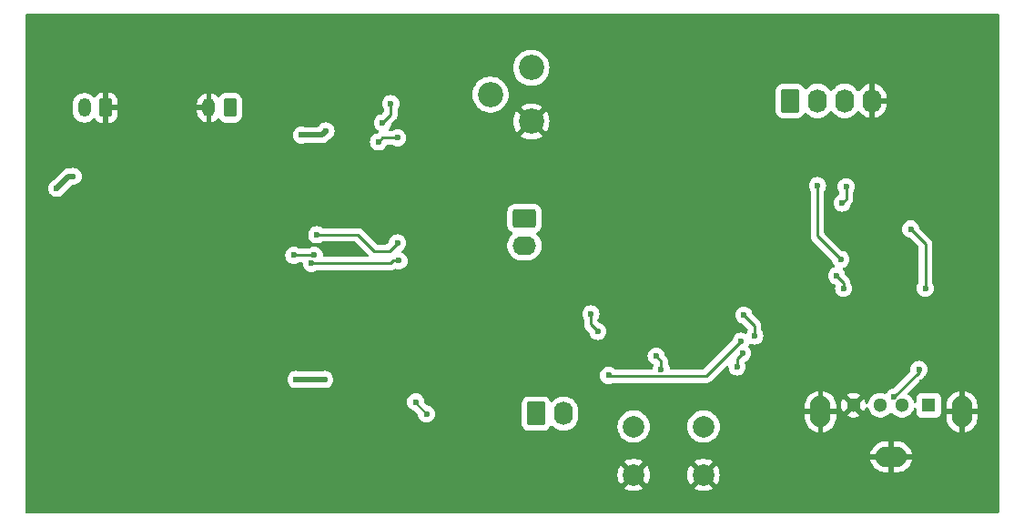
<source format=gbr>
%TF.GenerationSoftware,KiCad,Pcbnew,8.0.8*%
%TF.CreationDate,2025-03-31T16:04:57-05:00*%
%TF.ProjectId,finalproject,66696e61-6c70-4726-9f6a-6563742e6b69,rev?*%
%TF.SameCoordinates,Original*%
%TF.FileFunction,Copper,L2,Bot*%
%TF.FilePolarity,Positive*%
%FSLAX46Y46*%
G04 Gerber Fmt 4.6, Leading zero omitted, Abs format (unit mm)*
G04 Created by KiCad (PCBNEW 8.0.8) date 2025-03-31 16:04:57*
%MOMM*%
%LPD*%
G01*
G04 APERTURE LIST*
G04 Aperture macros list*
%AMRoundRect*
0 Rectangle with rounded corners*
0 $1 Rounding radius*
0 $2 $3 $4 $5 $6 $7 $8 $9 X,Y pos of 4 corners*
0 Add a 4 corners polygon primitive as box body*
4,1,4,$2,$3,$4,$5,$6,$7,$8,$9,$2,$3,0*
0 Add four circle primitives for the rounded corners*
1,1,$1+$1,$2,$3*
1,1,$1+$1,$4,$5*
1,1,$1+$1,$6,$7*
1,1,$1+$1,$8,$9*
0 Add four rect primitives between the rounded corners*
20,1,$1+$1,$2,$3,$4,$5,0*
20,1,$1+$1,$4,$5,$6,$7,0*
20,1,$1+$1,$6,$7,$8,$9,0*
20,1,$1+$1,$8,$9,$2,$3,0*%
G04 Aperture macros list end*
%TA.AperFunction,ComponentPad*%
%ADD10C,2.340000*%
%TD*%
%TA.AperFunction,ComponentPad*%
%ADD11RoundRect,0.250000X0.350000X0.625000X-0.350000X0.625000X-0.350000X-0.625000X0.350000X-0.625000X0*%
%TD*%
%TA.AperFunction,ComponentPad*%
%ADD12O,1.200000X1.750000*%
%TD*%
%TA.AperFunction,ComponentPad*%
%ADD13O,1.900000X2.900000*%
%TD*%
%TA.AperFunction,ComponentPad*%
%ADD14O,2.900000X1.900000*%
%TD*%
%TA.AperFunction,ComponentPad*%
%ADD15C,1.300000*%
%TD*%
%TA.AperFunction,ComponentPad*%
%ADD16R,1.300000X1.300000*%
%TD*%
%TA.AperFunction,ComponentPad*%
%ADD17O,1.740000X2.190000*%
%TD*%
%TA.AperFunction,ComponentPad*%
%ADD18RoundRect,0.250000X-0.620000X-0.845000X0.620000X-0.845000X0.620000X0.845000X-0.620000X0.845000X0*%
%TD*%
%TA.AperFunction,ComponentPad*%
%ADD19C,2.000000*%
%TD*%
%TA.AperFunction,ComponentPad*%
%ADD20O,2.190000X1.740000*%
%TD*%
%TA.AperFunction,ComponentPad*%
%ADD21RoundRect,0.250000X-0.845000X0.620000X-0.845000X-0.620000X0.845000X-0.620000X0.845000X0.620000X0*%
%TD*%
%TA.AperFunction,ViaPad*%
%ADD22C,0.600000*%
%TD*%
%TA.AperFunction,Conductor*%
%ADD23C,0.254000*%
%TD*%
%TA.AperFunction,Conductor*%
%ADD24C,0.508000*%
%TD*%
%TA.AperFunction,Conductor*%
%ADD25C,0.200000*%
%TD*%
G04 APERTURE END LIST*
D10*
%TO.P,R17,1*%
%TO.N,GND*%
X120459000Y-75184000D03*
%TO.P,R17,2*%
%TO.N,Net-(GSR1-Pad3)*%
X116659000Y-72684000D03*
%TO.P,R17,3*%
%TO.N,N/C*%
X120459000Y-70184000D03*
%TD*%
D11*
%TO.P,Vin1,1,Pin_1*%
%TO.N,GND*%
X80867000Y-73914000D03*
D12*
%TO.P,Vin1,2,Pin_2*%
%TO.N,+5V*%
X78867000Y-73914000D03*
%TD*%
D13*
%TO.P,USB1,5,Shield*%
%TO.N,GND*%
X147354000Y-102187000D03*
D14*
X153924000Y-106367000D03*
D13*
X160494000Y-102187000D03*
D15*
%TO.P,USB1,4,GND*%
X150424000Y-101587000D03*
%TO.P,USB1,3,D+*%
%TO.N,Net-(UART-TO-USB1-D+)*%
X152924000Y-101587000D03*
%TO.P,USB1,2,D-*%
%TO.N,Net-(UART-TO-USB1-D-)*%
X154924000Y-101587000D03*
D16*
%TO.P,USB1,1,VBUS*%
%TO.N,/VBUS*%
X157424000Y-101587000D03*
%TD*%
D17*
%TO.P,TEST1,4,Pin_4*%
%TO.N,GND*%
X152146000Y-73279000D03*
%TO.P,TEST1,3,Pin_3*%
%TO.N,/RX*%
X149606000Y-73279000D03*
%TO.P,TEST1,2,Pin_2*%
%TO.N,/TX*%
X147066000Y-73279000D03*
D18*
%TO.P,TEST1,1,Pin_1*%
%TO.N,+3.3V*%
X144526000Y-73279000D03*
%TD*%
D19*
%TO.P,SW1,1,1*%
%TO.N,GND*%
X136473000Y-108061000D03*
X129973000Y-108061000D03*
%TO.P,SW1,2,2*%
%TO.N,Net-(MCU1-NRST)*%
X136473000Y-103561000D03*
X129973000Y-103561000D03*
%TD*%
D20*
%TO.P,SIG1,2,Pin_2*%
%TO.N,unconnected-(SIG1-Pin_2-Pad2)*%
X119824000Y-86741000D03*
D21*
%TO.P,SIG1,1,Pin_1*%
%TO.N,/SIG*%
X119824000Y-84201000D03*
%TD*%
D18*
%TO.P,HEARTOUT1,1,Pin_1*%
%TO.N,/SDA*%
X120904000Y-102362000D03*
D17*
%TO.P,HEARTOUT1,2,Pin_2*%
%TO.N,/SCL*%
X123444000Y-102362000D03*
%TD*%
D11*
%TO.P,GSR_IN1,1,Pin_1*%
%TO.N,Net-(GSR_IN1-Pin_1)*%
X92456000Y-73914000D03*
D12*
%TO.P,GSR_IN1,2,Pin_2*%
%TO.N,GND*%
X90456000Y-73914000D03*
%TD*%
D22*
%TO.N,Net-(UART-TO-USB1-D-)*%
X156502356Y-98259644D03*
X154178000Y-100838000D03*
%TO.N,GND*%
X158051000Y-99441000D03*
X156797000Y-99441000D03*
X101219000Y-94996000D03*
X94107000Y-95123000D03*
X86487000Y-83058000D03*
X85090000Y-75565000D03*
X135763000Y-88011000D03*
X135971091Y-90850909D03*
X133604000Y-92837000D03*
X135509000Y-97155000D03*
X139482320Y-92409106D03*
X137965894Y-92666106D03*
X142232000Y-101727000D03*
X140970000Y-101727000D03*
%TO.N,+3.3V*%
X140097390Y-96757610D03*
X139591678Y-98025322D03*
X140208000Y-93197000D03*
X141224000Y-95138500D03*
%TO.N,/SIG*%
X139954000Y-95631000D03*
X127635000Y-98806000D03*
%TO.N,/TX*%
X149225000Y-88011000D03*
X147066000Y-81153000D03*
%TO.N,/RX*%
X149352000Y-82780000D03*
X149733000Y-81272000D03*
%TO.N,+3.3V*%
X155741000Y-85203356D03*
X157099000Y-90689000D03*
%TO.N,/TX*%
X148844000Y-89535000D03*
X149503201Y-90702201D03*
%TO.N,/SCL*%
X132069107Y-97017107D03*
X132536637Y-98246637D03*
%TO.N,GND*%
X112998499Y-100965000D03*
X114198499Y-100572501D03*
%TO.N,/SIG*%
X126639341Y-94721659D03*
X125984000Y-93089500D03*
%TO.N,+3.3V*%
X98552000Y-99187000D03*
X101219000Y-99187000D03*
X76319000Y-81407000D03*
X77827000Y-80305159D03*
%TO.N,+5V*%
X101346000Y-76073000D03*
X99060000Y-76454000D03*
%TO.N,Net-(GSR1-Pad3)*%
X106616000Y-75311000D03*
X107378000Y-73533000D03*
%TO.N,Net-(GSR1-Pad1)*%
X106235000Y-77089000D03*
X107997000Y-76708000D03*
%TO.N,Net-(GSR1-Pad9)*%
X100496000Y-85725000D03*
X107997000Y-86487000D03*
%TO.N,Net-(GSR1-Pad8)*%
X100012000Y-88392000D03*
X108140000Y-88138000D03*
%TO.N,Net-(GSR1-Pad10)*%
X98361000Y-87630000D03*
X100266000Y-87630000D03*
%TO.N,Net-(HEART1-~{INT})*%
X110699659Y-102399660D03*
X109696840Y-101269841D03*
%TD*%
D23*
%TO.N,Net-(UART-TO-USB1-D-)*%
X156502356Y-98513644D02*
X154178000Y-100838000D01*
X156502356Y-98259644D02*
X156502356Y-98513644D01*
%TO.N,GND*%
X156797000Y-99441000D02*
X158051000Y-99441000D01*
X101092000Y-95123000D02*
X101219000Y-94996000D01*
X94107000Y-95123000D02*
X101092000Y-95123000D01*
X86487000Y-76962000D02*
X86487000Y-83058000D01*
X85090000Y-75565000D02*
X86487000Y-76962000D01*
X135971091Y-88219091D02*
X135763000Y-88011000D01*
X135971091Y-90850909D02*
X135971091Y-88219091D01*
X133604000Y-95250000D02*
X133604000Y-92837000D01*
X135509000Y-97155000D02*
X133604000Y-95250000D01*
X139225320Y-92666106D02*
X139482320Y-92409106D01*
X137965894Y-92666106D02*
X139225320Y-92666106D01*
X140970000Y-101727000D02*
X142232000Y-101727000D01*
%TO.N,+3.3V*%
X139591678Y-97263322D02*
X140097390Y-96757610D01*
X139591678Y-98025322D02*
X139591678Y-97263322D01*
X141224000Y-94213000D02*
X140208000Y-93197000D01*
X141224000Y-95138500D02*
X141224000Y-94213000D01*
%TO.N,/SIG*%
X136711363Y-98873637D02*
X139954000Y-95631000D01*
X127635000Y-98806000D02*
X127702637Y-98873637D01*
X127702637Y-98873637D02*
X136711363Y-98873637D01*
%TO.N,/TX*%
X147066000Y-85852000D02*
X149225000Y-88011000D01*
X147066000Y-81153000D02*
X147066000Y-85852000D01*
%TO.N,/RX*%
X149733000Y-82399000D02*
X149352000Y-82780000D01*
X149733000Y-81272000D02*
X149733000Y-82399000D01*
%TO.N,+3.3V*%
X157099000Y-86561356D02*
X155741000Y-85203356D01*
X157099000Y-90689000D02*
X157099000Y-86561356D01*
%TO.N,/TX*%
X149503201Y-90194201D02*
X148844000Y-89535000D01*
X149503201Y-90702201D02*
X149503201Y-90194201D01*
%TO.N,/SCL*%
X132536637Y-98246637D02*
X132536637Y-97484637D01*
X132536637Y-97484637D02*
X132069107Y-97017107D01*
%TO.N,GND*%
X114198499Y-100572501D02*
X113390998Y-100572501D01*
X113390998Y-100572501D02*
X112998499Y-100965000D01*
%TO.N,/SIG*%
X125984000Y-94066318D02*
X126639341Y-94721659D01*
X125984000Y-93089500D02*
X125984000Y-94066318D01*
D24*
%TO.N,+3.3V*%
X101219000Y-99187000D02*
X98552000Y-99187000D01*
X77420841Y-80305159D02*
X76319000Y-81407000D01*
X77827000Y-80305159D02*
X77420841Y-80305159D01*
%TO.N,+5V*%
X100965000Y-76454000D02*
X101346000Y-76073000D01*
X99060000Y-76454000D02*
X100965000Y-76454000D01*
D23*
%TO.N,Net-(GSR1-Pad3)*%
X107378000Y-74549000D02*
X106616000Y-75311000D01*
X107378000Y-73533000D02*
X107378000Y-74549000D01*
%TO.N,Net-(GSR1-Pad1)*%
X106616000Y-76708000D02*
X106235000Y-77089000D01*
X107997000Y-76708000D02*
X106616000Y-76708000D01*
%TO.N,Net-(GSR1-Pad9)*%
X105854000Y-87249000D02*
X104330000Y-85725000D01*
X106235000Y-87249000D02*
X105854000Y-87249000D01*
X107997000Y-86487000D02*
X107235000Y-87249000D01*
X104330000Y-85725000D02*
X100496000Y-85725000D01*
X107235000Y-87249000D02*
X106235000Y-87249000D01*
%TO.N,Net-(GSR1-Pad8)*%
X107378000Y-88392000D02*
X100012000Y-88392000D01*
X108140000Y-88138000D02*
X107632000Y-88138000D01*
X107632000Y-88138000D02*
X107378000Y-88392000D01*
%TO.N,Net-(GSR1-Pad10)*%
X98361000Y-87630000D02*
X100266000Y-87630000D01*
D25*
%TO.N,Net-(HEART1-~{INT})*%
X109696840Y-101396841D02*
X110699659Y-102399660D01*
X109696840Y-101269841D02*
X109696840Y-101396841D01*
%TD*%
%TA.AperFunction,Conductor*%
%TO.N,GND*%
G36*
X163907539Y-65163185D02*
G01*
X163953294Y-65215989D01*
X163964500Y-65267500D01*
X163964500Y-111516500D01*
X163944815Y-111583539D01*
X163892011Y-111629294D01*
X163840500Y-111640500D01*
X73522500Y-111640500D01*
X73455461Y-111620815D01*
X73409706Y-111568011D01*
X73398500Y-111516500D01*
X73398500Y-108060994D01*
X128467859Y-108060994D01*
X128467859Y-108061005D01*
X128488385Y-108308729D01*
X128488387Y-108308738D01*
X128549412Y-108549717D01*
X128649267Y-108777367D01*
X128749562Y-108930881D01*
X129449212Y-108231233D01*
X129460482Y-108273292D01*
X129532890Y-108398708D01*
X129635292Y-108501110D01*
X129760708Y-108573518D01*
X129802766Y-108584787D01*
X129102943Y-109284609D01*
X129149768Y-109321055D01*
X129149771Y-109321057D01*
X129368385Y-109439364D01*
X129368396Y-109439369D01*
X129603506Y-109520083D01*
X129848707Y-109561000D01*
X130097293Y-109561000D01*
X130342493Y-109520083D01*
X130577603Y-109439369D01*
X130577614Y-109439364D01*
X130796230Y-109321056D01*
X130796236Y-109321051D01*
X130843055Y-109284610D01*
X130843056Y-109284609D01*
X130143233Y-108584787D01*
X130185292Y-108573518D01*
X130310708Y-108501110D01*
X130413110Y-108398708D01*
X130485518Y-108273292D01*
X130496787Y-108231234D01*
X131196435Y-108930882D01*
X131296733Y-108777364D01*
X131396587Y-108549717D01*
X131457612Y-108308738D01*
X131457614Y-108308729D01*
X131478141Y-108061005D01*
X131478141Y-108060994D01*
X134967859Y-108060994D01*
X134967859Y-108061005D01*
X134988385Y-108308729D01*
X134988387Y-108308738D01*
X135049412Y-108549717D01*
X135149267Y-108777367D01*
X135249562Y-108930881D01*
X135949212Y-108231233D01*
X135960482Y-108273292D01*
X136032890Y-108398708D01*
X136135292Y-108501110D01*
X136260708Y-108573518D01*
X136302766Y-108584787D01*
X135602943Y-109284609D01*
X135649768Y-109321055D01*
X135649771Y-109321057D01*
X135868385Y-109439364D01*
X135868396Y-109439369D01*
X136103506Y-109520083D01*
X136348707Y-109561000D01*
X136597293Y-109561000D01*
X136842493Y-109520083D01*
X137077603Y-109439369D01*
X137077614Y-109439364D01*
X137296230Y-109321056D01*
X137296236Y-109321051D01*
X137343055Y-109284610D01*
X137343056Y-109284609D01*
X136643233Y-108584787D01*
X136685292Y-108573518D01*
X136810708Y-108501110D01*
X136913110Y-108398708D01*
X136985518Y-108273292D01*
X136996787Y-108231234D01*
X137696435Y-108930882D01*
X137796733Y-108777364D01*
X137896587Y-108549717D01*
X137957612Y-108308738D01*
X137957614Y-108308729D01*
X137978141Y-108061005D01*
X137978141Y-108060994D01*
X137957614Y-107813270D01*
X137957612Y-107813261D01*
X137896587Y-107572282D01*
X137796732Y-107344632D01*
X137696435Y-107191116D01*
X136996787Y-107890765D01*
X136985518Y-107848708D01*
X136913110Y-107723292D01*
X136810708Y-107620890D01*
X136685292Y-107548482D01*
X136643233Y-107537212D01*
X137343055Y-106837389D01*
X137343055Y-106837388D01*
X137296236Y-106800947D01*
X137296231Y-106800944D01*
X137077614Y-106682635D01*
X137077603Y-106682630D01*
X136842493Y-106601916D01*
X136597293Y-106561000D01*
X136348707Y-106561000D01*
X136103506Y-106601916D01*
X135868396Y-106682630D01*
X135868385Y-106682635D01*
X135649770Y-106800943D01*
X135602943Y-106837389D01*
X136302766Y-107537212D01*
X136260708Y-107548482D01*
X136135292Y-107620890D01*
X136032890Y-107723292D01*
X135960482Y-107848708D01*
X135949212Y-107890766D01*
X135249563Y-107191117D01*
X135149267Y-107344633D01*
X135149265Y-107344637D01*
X135049412Y-107572282D01*
X134988387Y-107813261D01*
X134988385Y-107813270D01*
X134967859Y-108060994D01*
X131478141Y-108060994D01*
X131457614Y-107813270D01*
X131457612Y-107813261D01*
X131396587Y-107572282D01*
X131296732Y-107344632D01*
X131196435Y-107191116D01*
X130496787Y-107890765D01*
X130485518Y-107848708D01*
X130413110Y-107723292D01*
X130310708Y-107620890D01*
X130185292Y-107548482D01*
X130143233Y-107537212D01*
X130843055Y-106837389D01*
X130843055Y-106837388D01*
X130796236Y-106800947D01*
X130796231Y-106800944D01*
X130577614Y-106682635D01*
X130577603Y-106682630D01*
X130342493Y-106601916D01*
X130097293Y-106561000D01*
X129848707Y-106561000D01*
X129603506Y-106601916D01*
X129368396Y-106682630D01*
X129368385Y-106682635D01*
X129149770Y-106800943D01*
X129102943Y-106837389D01*
X129802766Y-107537212D01*
X129760708Y-107548482D01*
X129635292Y-107620890D01*
X129532890Y-107723292D01*
X129460482Y-107848708D01*
X129449212Y-107890766D01*
X128749563Y-107191117D01*
X128649267Y-107344633D01*
X128649265Y-107344637D01*
X128549412Y-107572282D01*
X128488387Y-107813261D01*
X128488385Y-107813270D01*
X128467859Y-108060994D01*
X73398500Y-108060994D01*
X73398500Y-106117000D01*
X151995522Y-106117000D01*
X152823999Y-106117000D01*
X152798979Y-106177402D01*
X152774000Y-106302981D01*
X152774000Y-106431019D01*
X152798979Y-106556598D01*
X152823999Y-106617000D01*
X151995522Y-106617000D01*
X152009704Y-106706544D01*
X152080230Y-106923604D01*
X152183849Y-107126966D01*
X152318004Y-107311614D01*
X152479385Y-107472995D01*
X152664033Y-107607150D01*
X152867395Y-107710769D01*
X153084455Y-107781295D01*
X153309884Y-107817000D01*
X153674000Y-107817000D01*
X153674000Y-107017000D01*
X154174000Y-107017000D01*
X154174000Y-107817000D01*
X154538116Y-107817000D01*
X154763544Y-107781295D01*
X154980604Y-107710769D01*
X155183966Y-107607150D01*
X155368614Y-107472995D01*
X155529995Y-107311614D01*
X155664150Y-107126966D01*
X155767769Y-106923604D01*
X155838295Y-106706544D01*
X155852478Y-106617000D01*
X155024001Y-106617000D01*
X155049021Y-106556598D01*
X155074000Y-106431019D01*
X155074000Y-106302981D01*
X155049021Y-106177402D01*
X155024001Y-106117000D01*
X155852478Y-106117000D01*
X155838295Y-106027455D01*
X155767769Y-105810395D01*
X155664150Y-105607033D01*
X155529995Y-105422385D01*
X155368614Y-105261004D01*
X155183966Y-105126849D01*
X154980604Y-105023230D01*
X154763544Y-104952704D01*
X154538116Y-104917000D01*
X154174000Y-104917000D01*
X154174000Y-105717000D01*
X153674000Y-105717000D01*
X153674000Y-104917000D01*
X153309884Y-104917000D01*
X153084455Y-104952704D01*
X152867395Y-105023230D01*
X152664033Y-105126849D01*
X152479385Y-105261004D01*
X152318004Y-105422385D01*
X152183849Y-105607033D01*
X152080230Y-105810395D01*
X152009704Y-106027455D01*
X151995522Y-106117000D01*
X73398500Y-106117000D01*
X73398500Y-101269837D01*
X108891275Y-101269837D01*
X108891275Y-101269844D01*
X108911470Y-101449090D01*
X108911471Y-101449095D01*
X108971051Y-101619364D01*
X109057505Y-101756953D01*
X109067024Y-101772103D01*
X109194578Y-101899657D01*
X109347318Y-101995630D01*
X109473009Y-102039611D01*
X109519735Y-102068971D01*
X109868957Y-102418193D01*
X109902442Y-102479516D01*
X109904496Y-102491990D01*
X109914289Y-102578909D01*
X109973869Y-102749181D01*
X109975024Y-102751019D01*
X110069843Y-102901922D01*
X110197397Y-103029476D01*
X110350137Y-103125449D01*
X110520404Y-103185028D01*
X110520409Y-103185029D01*
X110699655Y-103205225D01*
X110699659Y-103205225D01*
X110699663Y-103205225D01*
X110878908Y-103185029D01*
X110878911Y-103185028D01*
X110878914Y-103185028D01*
X111049181Y-103125449D01*
X111201921Y-103029476D01*
X111329475Y-102901922D01*
X111425448Y-102749182D01*
X111485027Y-102578915D01*
X111487433Y-102557560D01*
X111505224Y-102399663D01*
X111505224Y-102399656D01*
X111485028Y-102220410D01*
X111485027Y-102220405D01*
X111425447Y-102050136D01*
X111386241Y-101987740D01*
X111329475Y-101897398D01*
X111201921Y-101769844D01*
X111181405Y-101756953D01*
X111049180Y-101673870D01*
X110878908Y-101614290D01*
X110791989Y-101604497D01*
X110727575Y-101577430D01*
X110718192Y-101568958D01*
X110616217Y-101466983D01*
X119533500Y-101466983D01*
X119533500Y-103257001D01*
X119533501Y-103257018D01*
X119544000Y-103359796D01*
X119544001Y-103359799D01*
X119581584Y-103473216D01*
X119599186Y-103526334D01*
X119691288Y-103675656D01*
X119815344Y-103799712D01*
X119964666Y-103891814D01*
X120131203Y-103946999D01*
X120233991Y-103957500D01*
X121574008Y-103957499D01*
X121676797Y-103946999D01*
X121843334Y-103891814D01*
X121992656Y-103799712D01*
X122116712Y-103675656D01*
X122208814Y-103526334D01*
X122208817Y-103526322D01*
X122209129Y-103525657D01*
X122209469Y-103525269D01*
X122212605Y-103520187D01*
X122213473Y-103520722D01*
X122255299Y-103473216D01*
X122322491Y-103454060D01*
X122389373Y-103474272D01*
X122409195Y-103490375D01*
X122551179Y-103632359D01*
X122725701Y-103759157D01*
X122917911Y-103857092D01*
X123123074Y-103923754D01*
X123202973Y-103936408D01*
X123336134Y-103957500D01*
X123336139Y-103957500D01*
X123551866Y-103957500D01*
X123670230Y-103938752D01*
X123764926Y-103923754D01*
X123970089Y-103857092D01*
X124162299Y-103759157D01*
X124336821Y-103632359D01*
X124408186Y-103560994D01*
X128467357Y-103560994D01*
X128467357Y-103561005D01*
X128487890Y-103808812D01*
X128487892Y-103808824D01*
X128548936Y-104049881D01*
X128648826Y-104277606D01*
X128784833Y-104485782D01*
X128784836Y-104485785D01*
X128953256Y-104668738D01*
X129149491Y-104821474D01*
X129149493Y-104821475D01*
X129326007Y-104917000D01*
X129368190Y-104939828D01*
X129603386Y-105020571D01*
X129848665Y-105061500D01*
X130097335Y-105061500D01*
X130342614Y-105020571D01*
X130577810Y-104939828D01*
X130796509Y-104821474D01*
X130992744Y-104668738D01*
X131161164Y-104485785D01*
X131297173Y-104277607D01*
X131397063Y-104049881D01*
X131458108Y-103808821D01*
X131458863Y-103799710D01*
X131478643Y-103561005D01*
X131478643Y-103560994D01*
X134967357Y-103560994D01*
X134967357Y-103561005D01*
X134987890Y-103808812D01*
X134987892Y-103808824D01*
X135048936Y-104049881D01*
X135148826Y-104277606D01*
X135284833Y-104485782D01*
X135284836Y-104485785D01*
X135453256Y-104668738D01*
X135649491Y-104821474D01*
X135649493Y-104821475D01*
X135826007Y-104917000D01*
X135868190Y-104939828D01*
X136103386Y-105020571D01*
X136348665Y-105061500D01*
X136597335Y-105061500D01*
X136842614Y-105020571D01*
X137077810Y-104939828D01*
X137296509Y-104821474D01*
X137492744Y-104668738D01*
X137661164Y-104485785D01*
X137797173Y-104277607D01*
X137897063Y-104049881D01*
X137958108Y-103808821D01*
X137958863Y-103799710D01*
X137978643Y-103561005D01*
X137978643Y-103560994D01*
X137958109Y-103313187D01*
X137958107Y-103313175D01*
X137897063Y-103072118D01*
X137797173Y-102844393D01*
X137661166Y-102636217D01*
X137622803Y-102594544D01*
X137492744Y-102453262D01*
X137296509Y-102300526D01*
X137296507Y-102300525D01*
X137296506Y-102300524D01*
X137077811Y-102182172D01*
X137077802Y-102182169D01*
X136842616Y-102101429D01*
X136597335Y-102060500D01*
X136348665Y-102060500D01*
X136103383Y-102101429D01*
X135868197Y-102182169D01*
X135868188Y-102182172D01*
X135649493Y-102300524D01*
X135453257Y-102453261D01*
X135284833Y-102636217D01*
X135148826Y-102844393D01*
X135048936Y-103072118D01*
X134987892Y-103313175D01*
X134987890Y-103313187D01*
X134967357Y-103560994D01*
X131478643Y-103560994D01*
X131458109Y-103313187D01*
X131458107Y-103313175D01*
X131397063Y-103072118D01*
X131297173Y-102844393D01*
X131161166Y-102636217D01*
X131122803Y-102594544D01*
X130992744Y-102453262D01*
X130796509Y-102300526D01*
X130796507Y-102300525D01*
X130796506Y-102300524D01*
X130577811Y-102182172D01*
X130577802Y-102182169D01*
X130342616Y-102101429D01*
X130097335Y-102060500D01*
X129848665Y-102060500D01*
X129603383Y-102101429D01*
X129368197Y-102182169D01*
X129368188Y-102182172D01*
X129149493Y-102300524D01*
X128953257Y-102453261D01*
X128784833Y-102636217D01*
X128648826Y-102844393D01*
X128548936Y-103072118D01*
X128487892Y-103313175D01*
X128487890Y-103313187D01*
X128467357Y-103560994D01*
X124408186Y-103560994D01*
X124489359Y-103479821D01*
X124616157Y-103305299D01*
X124714092Y-103113089D01*
X124780754Y-102907926D01*
X124797671Y-102801116D01*
X124814500Y-102694866D01*
X124814500Y-102029133D01*
X124785172Y-101843971D01*
X124780754Y-101816074D01*
X124714092Y-101610911D01*
X124694716Y-101572883D01*
X145904000Y-101572883D01*
X145904000Y-101937000D01*
X146704000Y-101937000D01*
X146704000Y-102437000D01*
X145904000Y-102437000D01*
X145904000Y-102801116D01*
X145939704Y-103026544D01*
X146010230Y-103243604D01*
X146113849Y-103446966D01*
X146248004Y-103631614D01*
X146409385Y-103792995D01*
X146594033Y-103927150D01*
X146797395Y-104030769D01*
X147014455Y-104101295D01*
X147104000Y-104115478D01*
X147104000Y-103287001D01*
X147164402Y-103312021D01*
X147289981Y-103337000D01*
X147418019Y-103337000D01*
X147543598Y-103312021D01*
X147604000Y-103287001D01*
X147604000Y-104115477D01*
X147693544Y-104101295D01*
X147910604Y-104030769D01*
X148113966Y-103927150D01*
X148298614Y-103792995D01*
X148459995Y-103631614D01*
X148594150Y-103446966D01*
X148697769Y-103243604D01*
X148768295Y-103026544D01*
X148804000Y-102801116D01*
X148804000Y-102437000D01*
X148004000Y-102437000D01*
X148004000Y-101937000D01*
X148804000Y-101937000D01*
X148804000Y-101586999D01*
X149269073Y-101586999D01*
X149269073Y-101587000D01*
X149288737Y-101799216D01*
X149288738Y-101799219D01*
X149347058Y-102004196D01*
X149347066Y-102004216D01*
X149442060Y-102194990D01*
X149450834Y-102206609D01*
X149450835Y-102206609D01*
X149981861Y-101675584D01*
X150004667Y-101760694D01*
X150063910Y-101863306D01*
X150147694Y-101947090D01*
X150250306Y-102006333D01*
X150335414Y-102029137D01*
X149806991Y-102557559D01*
X149909204Y-102620847D01*
X149909208Y-102620849D01*
X150107936Y-102697836D01*
X150107941Y-102697837D01*
X150317439Y-102737000D01*
X150530561Y-102737000D01*
X150740058Y-102697837D01*
X150740063Y-102697836D01*
X150938791Y-102620849D01*
X150938798Y-102620846D01*
X151041006Y-102557560D01*
X151041006Y-102557559D01*
X150512585Y-102029137D01*
X150597694Y-102006333D01*
X150700306Y-101947090D01*
X150784090Y-101863306D01*
X150843333Y-101760694D01*
X150866138Y-101675585D01*
X151397163Y-102206610D01*
X151405935Y-102194996D01*
X151405938Y-102194991D01*
X151500935Y-102004211D01*
X151500938Y-102004203D01*
X151554472Y-101816047D01*
X151591751Y-101756953D01*
X151655061Y-101727395D01*
X151724300Y-101736757D01*
X151777487Y-101782066D01*
X151793005Y-101816045D01*
X151846596Y-102004392D01*
X151846596Y-102004394D01*
X151941632Y-102195253D01*
X152022954Y-102302939D01*
X152070128Y-102365407D01*
X152227698Y-102509052D01*
X152408981Y-102621298D01*
X152607802Y-102698321D01*
X152817390Y-102737500D01*
X152817392Y-102737500D01*
X153030608Y-102737500D01*
X153030610Y-102737500D01*
X153240198Y-102698321D01*
X153439019Y-102621298D01*
X153620302Y-102509052D01*
X153777872Y-102365407D01*
X153825046Y-102302938D01*
X153881155Y-102261303D01*
X153950867Y-102256612D01*
X154012049Y-102290354D01*
X154022953Y-102302938D01*
X154070128Y-102365407D01*
X154227698Y-102509052D01*
X154408981Y-102621298D01*
X154607802Y-102698321D01*
X154817390Y-102737500D01*
X154817392Y-102737500D01*
X155030608Y-102737500D01*
X155030610Y-102737500D01*
X155240198Y-102698321D01*
X155439019Y-102621298D01*
X155620302Y-102509052D01*
X155777872Y-102365407D01*
X155906366Y-102195255D01*
X155906498Y-102194990D01*
X156001403Y-102004394D01*
X156001403Y-102004392D01*
X156001405Y-102004389D01*
X156030235Y-101903063D01*
X156067513Y-101843971D01*
X156130823Y-101814414D01*
X156200062Y-101823776D01*
X156253249Y-101869086D01*
X156273496Y-101935957D01*
X156273500Y-101936999D01*
X156273500Y-102284869D01*
X156273501Y-102284876D01*
X156279908Y-102344483D01*
X156330202Y-102479328D01*
X156330206Y-102479335D01*
X156416452Y-102594544D01*
X156416455Y-102594547D01*
X156531664Y-102680793D01*
X156531671Y-102680797D01*
X156666517Y-102731091D01*
X156666516Y-102731091D01*
X156673444Y-102731835D01*
X156726127Y-102737500D01*
X158121872Y-102737499D01*
X158181483Y-102731091D01*
X158316331Y-102680796D01*
X158431546Y-102594546D01*
X158517796Y-102479331D01*
X158568091Y-102344483D01*
X158574500Y-102284873D01*
X158574499Y-101572883D01*
X159044000Y-101572883D01*
X159044000Y-101937000D01*
X159844000Y-101937000D01*
X159844000Y-102437000D01*
X159044000Y-102437000D01*
X159044000Y-102801116D01*
X159079704Y-103026544D01*
X159150230Y-103243604D01*
X159253849Y-103446966D01*
X159388004Y-103631614D01*
X159549385Y-103792995D01*
X159734033Y-103927150D01*
X159937395Y-104030769D01*
X160154455Y-104101295D01*
X160244000Y-104115478D01*
X160244000Y-103287001D01*
X160304402Y-103312021D01*
X160429981Y-103337000D01*
X160558019Y-103337000D01*
X160683598Y-103312021D01*
X160744000Y-103287001D01*
X160744000Y-104115477D01*
X160833544Y-104101295D01*
X161050604Y-104030769D01*
X161253966Y-103927150D01*
X161438614Y-103792995D01*
X161599995Y-103631614D01*
X161734150Y-103446966D01*
X161837769Y-103243604D01*
X161908295Y-103026544D01*
X161944000Y-102801116D01*
X161944000Y-102437000D01*
X161144000Y-102437000D01*
X161144000Y-101937000D01*
X161944000Y-101937000D01*
X161944000Y-101572883D01*
X161908295Y-101347455D01*
X161837769Y-101130395D01*
X161734150Y-100927033D01*
X161599995Y-100742385D01*
X161438614Y-100581004D01*
X161253966Y-100446849D01*
X161050602Y-100343229D01*
X160833541Y-100272703D01*
X160744000Y-100258521D01*
X160744000Y-101086998D01*
X160683598Y-101061979D01*
X160558019Y-101037000D01*
X160429981Y-101037000D01*
X160304402Y-101061979D01*
X160244000Y-101086998D01*
X160244000Y-100258521D01*
X160243999Y-100258521D01*
X160154458Y-100272703D01*
X159937397Y-100343229D01*
X159734033Y-100446849D01*
X159549385Y-100581004D01*
X159388004Y-100742385D01*
X159253849Y-100927033D01*
X159150230Y-101130395D01*
X159079704Y-101347455D01*
X159044000Y-101572883D01*
X158574499Y-101572883D01*
X158574499Y-100889128D01*
X158568091Y-100829517D01*
X158557173Y-100800245D01*
X158517797Y-100694671D01*
X158517793Y-100694664D01*
X158431547Y-100579455D01*
X158431544Y-100579452D01*
X158316335Y-100493206D01*
X158316328Y-100493202D01*
X158181482Y-100442908D01*
X158181483Y-100442908D01*
X158121883Y-100436501D01*
X158121881Y-100436500D01*
X158121873Y-100436500D01*
X158121864Y-100436500D01*
X156726129Y-100436500D01*
X156726123Y-100436501D01*
X156666516Y-100442908D01*
X156531671Y-100493202D01*
X156531664Y-100493206D01*
X156416455Y-100579452D01*
X156416452Y-100579455D01*
X156330206Y-100694664D01*
X156330202Y-100694671D01*
X156279908Y-100829517D01*
X156273501Y-100889116D01*
X156273501Y-100889123D01*
X156273500Y-100889135D01*
X156273500Y-101236999D01*
X156253815Y-101304038D01*
X156201011Y-101349793D01*
X156131853Y-101359737D01*
X156068297Y-101330712D01*
X156030523Y-101271934D01*
X156030234Y-101270934D01*
X156027728Y-101262125D01*
X156001405Y-101169611D01*
X156001403Y-101169606D01*
X156001403Y-101169605D01*
X155906367Y-100978746D01*
X155777872Y-100808593D01*
X155732881Y-100767578D01*
X155620302Y-100664948D01*
X155573803Y-100636157D01*
X155517582Y-100601346D01*
X155470947Y-100549318D01*
X155459843Y-100480336D01*
X155487796Y-100416302D01*
X155495167Y-100408250D01*
X156989767Y-98913652D01*
X157000802Y-98897137D01*
X157001765Y-98895695D01*
X157017208Y-98876868D01*
X157132172Y-98761906D01*
X157228145Y-98609166D01*
X157287724Y-98438899D01*
X157294941Y-98374845D01*
X157307921Y-98259647D01*
X157307921Y-98259640D01*
X157287725Y-98080394D01*
X157287724Y-98080389D01*
X157228144Y-97910120D01*
X157132171Y-97757381D01*
X157004618Y-97629828D01*
X156851879Y-97533855D01*
X156681610Y-97474275D01*
X156681605Y-97474274D01*
X156502360Y-97454079D01*
X156502352Y-97454079D01*
X156323106Y-97474274D01*
X156323101Y-97474275D01*
X156152832Y-97533855D01*
X156000093Y-97629828D01*
X155872540Y-97757381D01*
X155776567Y-97910120D01*
X155716987Y-98080389D01*
X155716986Y-98080394D01*
X155696791Y-98259640D01*
X155696791Y-98259647D01*
X155707536Y-98355018D01*
X155695481Y-98423840D01*
X155671997Y-98456582D01*
X154116432Y-100012147D01*
X154055109Y-100045632D01*
X154042637Y-100047686D01*
X153998745Y-100052632D01*
X153828478Y-100112210D01*
X153675737Y-100208184D01*
X153548184Y-100335737D01*
X153471590Y-100457637D01*
X153419255Y-100503928D01*
X153350202Y-100514576D01*
X153321803Y-100507292D01*
X153240202Y-100475680D01*
X153240199Y-100475679D01*
X153240198Y-100475679D01*
X153030610Y-100436500D01*
X152817390Y-100436500D01*
X152607802Y-100475679D01*
X152607799Y-100475679D01*
X152607799Y-100475680D01*
X152408982Y-100552701D01*
X152408980Y-100552702D01*
X152227699Y-100664947D01*
X152070127Y-100808593D01*
X151941632Y-100978746D01*
X151846596Y-101169605D01*
X151846596Y-101169607D01*
X151793005Y-101357954D01*
X151755725Y-101417047D01*
X151692415Y-101446604D01*
X151623176Y-101437242D01*
X151569990Y-101391931D01*
X151554472Y-101357952D01*
X151500938Y-101169796D01*
X151500933Y-101169783D01*
X151405940Y-100979010D01*
X151397163Y-100967388D01*
X150866137Y-101498414D01*
X150843333Y-101413306D01*
X150784090Y-101310694D01*
X150700306Y-101226910D01*
X150597694Y-101167667D01*
X150512584Y-101144861D01*
X151041007Y-100616439D01*
X150938793Y-100553151D01*
X150938789Y-100553149D01*
X150740063Y-100476163D01*
X150740058Y-100476162D01*
X150530561Y-100437000D01*
X150317439Y-100437000D01*
X150107941Y-100476162D01*
X150107936Y-100476163D01*
X149909210Y-100553149D01*
X149909201Y-100553154D01*
X149806992Y-100616438D01*
X149806991Y-100616439D01*
X150335415Y-101144861D01*
X150250306Y-101167667D01*
X150147694Y-101226910D01*
X150063910Y-101310694D01*
X150004667Y-101413306D01*
X149981861Y-101498415D01*
X149450835Y-100967389D01*
X149442056Y-100979015D01*
X149347066Y-101169783D01*
X149347058Y-101169803D01*
X149288738Y-101374780D01*
X149288737Y-101374783D01*
X149269073Y-101586999D01*
X148804000Y-101586999D01*
X148804000Y-101572883D01*
X148768295Y-101347455D01*
X148697769Y-101130395D01*
X148594150Y-100927033D01*
X148459995Y-100742385D01*
X148298614Y-100581004D01*
X148113966Y-100446849D01*
X147910602Y-100343229D01*
X147693541Y-100272703D01*
X147604000Y-100258521D01*
X147604000Y-101086998D01*
X147543598Y-101061979D01*
X147418019Y-101037000D01*
X147289981Y-101037000D01*
X147164402Y-101061979D01*
X147104000Y-101086998D01*
X147104000Y-100258521D01*
X147103999Y-100258521D01*
X147014458Y-100272703D01*
X146797397Y-100343229D01*
X146594033Y-100446849D01*
X146409385Y-100581004D01*
X146248004Y-100742385D01*
X146113849Y-100927033D01*
X146010230Y-101130395D01*
X145939704Y-101347455D01*
X145904000Y-101572883D01*
X124694716Y-101572883D01*
X124616157Y-101418701D01*
X124489359Y-101244179D01*
X124336821Y-101091641D01*
X124162299Y-100964843D01*
X123970089Y-100866908D01*
X123764926Y-100800246D01*
X123764924Y-100800245D01*
X123764922Y-100800245D01*
X123551866Y-100766500D01*
X123551861Y-100766500D01*
X123336139Y-100766500D01*
X123336134Y-100766500D01*
X123123077Y-100800245D01*
X122917908Y-100866909D01*
X122725700Y-100964843D01*
X122551180Y-101091640D01*
X122409195Y-101233625D01*
X122347872Y-101267109D01*
X122278180Y-101262125D01*
X122222247Y-101220253D01*
X122209132Y-101198348D01*
X122208815Y-101197669D01*
X122208814Y-101197668D01*
X122208814Y-101197666D01*
X122116712Y-101048344D01*
X121992656Y-100924288D01*
X121843334Y-100832186D01*
X121676797Y-100777001D01*
X121676795Y-100777000D01*
X121574010Y-100766500D01*
X120233998Y-100766500D01*
X120233981Y-100766501D01*
X120131203Y-100777000D01*
X120131200Y-100777001D01*
X119964668Y-100832185D01*
X119964663Y-100832187D01*
X119815342Y-100924289D01*
X119691289Y-101048342D01*
X119599187Y-101197663D01*
X119599185Y-101197668D01*
X119574907Y-101270934D01*
X119544001Y-101364203D01*
X119544001Y-101364204D01*
X119544000Y-101364204D01*
X119533500Y-101466983D01*
X110616217Y-101466983D01*
X110536191Y-101386957D01*
X110502706Y-101325634D01*
X110500652Y-101285394D01*
X110502405Y-101269841D01*
X110487438Y-101137000D01*
X110482209Y-101090591D01*
X110482208Y-101090586D01*
X110463457Y-101037000D01*
X110422629Y-100920319D01*
X110403030Y-100889128D01*
X110332576Y-100777001D01*
X110326656Y-100767579D01*
X110199102Y-100640025D01*
X110105171Y-100581004D01*
X110046363Y-100544052D01*
X109876094Y-100484472D01*
X109876089Y-100484471D01*
X109696844Y-100464276D01*
X109696836Y-100464276D01*
X109517590Y-100484471D01*
X109517585Y-100484472D01*
X109347316Y-100544052D01*
X109194577Y-100640025D01*
X109067024Y-100767578D01*
X108971051Y-100920317D01*
X108911471Y-101090586D01*
X108911470Y-101090591D01*
X108891275Y-101269837D01*
X73398500Y-101269837D01*
X73398500Y-99186996D01*
X97746435Y-99186996D01*
X97746435Y-99187003D01*
X97766630Y-99366249D01*
X97766631Y-99366254D01*
X97826211Y-99536523D01*
X97922184Y-99689262D01*
X98049738Y-99816816D01*
X98202478Y-99912789D01*
X98304417Y-99948459D01*
X98372745Y-99972368D01*
X98372750Y-99972369D01*
X98551996Y-99992565D01*
X98552000Y-99992565D01*
X98552004Y-99992565D01*
X98731249Y-99972369D01*
X98731251Y-99972368D01*
X98731255Y-99972368D01*
X98731258Y-99972366D01*
X98731262Y-99972366D01*
X98799585Y-99948459D01*
X98840540Y-99941500D01*
X100930460Y-99941500D01*
X100971415Y-99948459D01*
X101039737Y-99972366D01*
X101039743Y-99972367D01*
X101039745Y-99972368D01*
X101039746Y-99972368D01*
X101039750Y-99972369D01*
X101218996Y-99992565D01*
X101219000Y-99992565D01*
X101219004Y-99992565D01*
X101398249Y-99972369D01*
X101398252Y-99972368D01*
X101398255Y-99972368D01*
X101568522Y-99912789D01*
X101721262Y-99816816D01*
X101848816Y-99689262D01*
X101944789Y-99536522D01*
X102004368Y-99366255D01*
X102004369Y-99366249D01*
X102024565Y-99187003D01*
X102024565Y-99186996D01*
X102004369Y-99007750D01*
X102004368Y-99007745D01*
X101971443Y-98913652D01*
X101944789Y-98837478D01*
X101925008Y-98805996D01*
X126829435Y-98805996D01*
X126829435Y-98806003D01*
X126849630Y-98985249D01*
X126849631Y-98985254D01*
X126909211Y-99155523D01*
X126983433Y-99273645D01*
X127005184Y-99308262D01*
X127132738Y-99435816D01*
X127198320Y-99477024D01*
X127266943Y-99520143D01*
X127285478Y-99531789D01*
X127455745Y-99591368D01*
X127455750Y-99591369D01*
X127634996Y-99611565D01*
X127635000Y-99611565D01*
X127635004Y-99611565D01*
X127814249Y-99591369D01*
X127814252Y-99591368D01*
X127814255Y-99591368D01*
X127984522Y-99531789D01*
X127993417Y-99526199D01*
X128003057Y-99520143D01*
X128069029Y-99501137D01*
X136773167Y-99501137D01*
X136773168Y-99501136D01*
X136894398Y-99477023D01*
X136975147Y-99443574D01*
X137008596Y-99429720D01*
X137111371Y-99361048D01*
X137198774Y-99273645D01*
X138578584Y-97893834D01*
X138639905Y-97860351D01*
X138709597Y-97865335D01*
X138765530Y-97907207D01*
X138789947Y-97972671D01*
X138789484Y-97995397D01*
X138786113Y-98025322D01*
X138786113Y-98025325D01*
X138806308Y-98204571D01*
X138806309Y-98204576D01*
X138865889Y-98374845D01*
X138906137Y-98438899D01*
X138961862Y-98527584D01*
X139089416Y-98655138D01*
X139242156Y-98751111D01*
X139399008Y-98805996D01*
X139412423Y-98810690D01*
X139412428Y-98810691D01*
X139591674Y-98830887D01*
X139591678Y-98830887D01*
X139591682Y-98830887D01*
X139770927Y-98810691D01*
X139770930Y-98810690D01*
X139770933Y-98810690D01*
X139941200Y-98751111D01*
X140093940Y-98655138D01*
X140221494Y-98527584D01*
X140317467Y-98374844D01*
X140377046Y-98204577D01*
X140380531Y-98173648D01*
X140397243Y-98025325D01*
X140397243Y-98025318D01*
X140377047Y-97846072D01*
X140377046Y-97846067D01*
X140317467Y-97675800D01*
X140317046Y-97674926D01*
X140316943Y-97674304D01*
X140315167Y-97669227D01*
X140316056Y-97668915D01*
X140305692Y-97605985D01*
X140333413Y-97541850D01*
X140387810Y-97504079D01*
X140446912Y-97483399D01*
X140599652Y-97387426D01*
X140727206Y-97259872D01*
X140823179Y-97107132D01*
X140882758Y-96936865D01*
X140884111Y-96924859D01*
X140902955Y-96757613D01*
X140902955Y-96757606D01*
X140882759Y-96578360D01*
X140882758Y-96578355D01*
X140860535Y-96514845D01*
X140823179Y-96408088D01*
X140810111Y-96387291D01*
X140727205Y-96255347D01*
X140661959Y-96190101D01*
X140628474Y-96128778D01*
X140633458Y-96059086D01*
X140644639Y-96036461D01*
X140679789Y-95980522D01*
X140696865Y-95931719D01*
X140737586Y-95874946D01*
X140802538Y-95849198D01*
X140867845Y-95862015D01*
X140868205Y-95861269D01*
X140871067Y-95862647D01*
X140871100Y-95862654D01*
X140871200Y-95862711D01*
X140874470Y-95864286D01*
X140874477Y-95864288D01*
X140874478Y-95864289D01*
X140904934Y-95874946D01*
X141044745Y-95923868D01*
X141044750Y-95923869D01*
X141223996Y-95944065D01*
X141224000Y-95944065D01*
X141224004Y-95944065D01*
X141403249Y-95923869D01*
X141403252Y-95923868D01*
X141403255Y-95923868D01*
X141573522Y-95864289D01*
X141726262Y-95768316D01*
X141853816Y-95640762D01*
X141949789Y-95488022D01*
X142009368Y-95317755D01*
X142009369Y-95317749D01*
X142029565Y-95138503D01*
X142029565Y-95138496D01*
X142009369Y-94959250D01*
X142009368Y-94959245D01*
X141962546Y-94825435D01*
X141949789Y-94788978D01*
X141870505Y-94662799D01*
X141851500Y-94596828D01*
X141851500Y-94151196D01*
X141851499Y-94151195D01*
X141839694Y-94091843D01*
X141827386Y-94029965D01*
X141788584Y-93936291D01*
X141780083Y-93915767D01*
X141731273Y-93842718D01*
X141711414Y-93812996D01*
X141711413Y-93812994D01*
X141679814Y-93781395D01*
X141624008Y-93725589D01*
X141033852Y-93135433D01*
X141000367Y-93074110D01*
X140998314Y-93061648D01*
X140993368Y-93017745D01*
X140933789Y-92847478D01*
X140837816Y-92694738D01*
X140710262Y-92567184D01*
X140557523Y-92471211D01*
X140387254Y-92411631D01*
X140387249Y-92411630D01*
X140208004Y-92391435D01*
X140207996Y-92391435D01*
X140028750Y-92411630D01*
X140028745Y-92411631D01*
X139858476Y-92471211D01*
X139705737Y-92567184D01*
X139578184Y-92694737D01*
X139482211Y-92847476D01*
X139422631Y-93017745D01*
X139422630Y-93017750D01*
X139402435Y-93196996D01*
X139402435Y-93197003D01*
X139422630Y-93376249D01*
X139422631Y-93376254D01*
X139482211Y-93546523D01*
X139578184Y-93699262D01*
X139705738Y-93826816D01*
X139731046Y-93842718D01*
X139847302Y-93915767D01*
X139858478Y-93922789D01*
X140028745Y-93982368D01*
X140072635Y-93987313D01*
X140137048Y-94014378D01*
X140146433Y-94022852D01*
X140560181Y-94436600D01*
X140593666Y-94497923D01*
X140596500Y-94524281D01*
X140596500Y-94596828D01*
X140577494Y-94662800D01*
X140498209Y-94788980D01*
X140481134Y-94837778D01*
X140440413Y-94894554D01*
X140375460Y-94920301D01*
X140310153Y-94907483D01*
X140309794Y-94908231D01*
X140306928Y-94906850D01*
X140306898Y-94906845D01*
X140306802Y-94906790D01*
X140303521Y-94905210D01*
X140133262Y-94845633D01*
X140133249Y-94845630D01*
X139954004Y-94825435D01*
X139953996Y-94825435D01*
X139774750Y-94845630D01*
X139774745Y-94845631D01*
X139604476Y-94905211D01*
X139451737Y-95001184D01*
X139324184Y-95128737D01*
X139228210Y-95281478D01*
X139168632Y-95451745D01*
X139163686Y-95495637D01*
X139136618Y-95560051D01*
X139128147Y-95569432D01*
X136487763Y-98209818D01*
X136426440Y-98243303D01*
X136400082Y-98246137D01*
X133452959Y-98246137D01*
X133385920Y-98226452D01*
X133340165Y-98173648D01*
X133329739Y-98136020D01*
X133322006Y-98067387D01*
X133322005Y-98067385D01*
X133322005Y-98067382D01*
X133262426Y-97897115D01*
X133183142Y-97770936D01*
X133164137Y-97704965D01*
X133164137Y-97422831D01*
X133140023Y-97301607D01*
X133140022Y-97301606D01*
X133140022Y-97301602D01*
X133122737Y-97259872D01*
X133092723Y-97187410D01*
X133092716Y-97187397D01*
X133024049Y-97084630D01*
X133024048Y-97084629D01*
X132936645Y-96997226D01*
X132894959Y-96955540D01*
X132861474Y-96894217D01*
X132859421Y-96881755D01*
X132854475Y-96837852D01*
X132794896Y-96667585D01*
X132698923Y-96514845D01*
X132571369Y-96387291D01*
X132418630Y-96291318D01*
X132248361Y-96231738D01*
X132248356Y-96231737D01*
X132069111Y-96211542D01*
X132069103Y-96211542D01*
X131889857Y-96231737D01*
X131889852Y-96231738D01*
X131719583Y-96291318D01*
X131566844Y-96387291D01*
X131439291Y-96514844D01*
X131343318Y-96667583D01*
X131283738Y-96837852D01*
X131283737Y-96837857D01*
X131263542Y-97017103D01*
X131263542Y-97017110D01*
X131283737Y-97196356D01*
X131283738Y-97196361D01*
X131343318Y-97366630D01*
X131429684Y-97504079D01*
X131439291Y-97519369D01*
X131566845Y-97646923D01*
X131719585Y-97742896D01*
X131731925Y-97747214D01*
X131788701Y-97787933D01*
X131814451Y-97852885D01*
X131808015Y-97905210D01*
X131751267Y-98067387D01*
X131743535Y-98136020D01*
X131716469Y-98200434D01*
X131658874Y-98239989D01*
X131620315Y-98246137D01*
X128258577Y-98246137D01*
X128191538Y-98226452D01*
X128170896Y-98209818D01*
X128137262Y-98176184D01*
X127984523Y-98080211D01*
X127814254Y-98020631D01*
X127814249Y-98020630D01*
X127635004Y-98000435D01*
X127634996Y-98000435D01*
X127455750Y-98020630D01*
X127455745Y-98020631D01*
X127285476Y-98080211D01*
X127132737Y-98176184D01*
X127005184Y-98303737D01*
X126909211Y-98456476D01*
X126849631Y-98626745D01*
X126849630Y-98626750D01*
X126829435Y-98805996D01*
X101925008Y-98805996D01*
X101848816Y-98684738D01*
X101721262Y-98557184D01*
X101674154Y-98527584D01*
X101568523Y-98461211D01*
X101398254Y-98401631D01*
X101398249Y-98401630D01*
X101219004Y-98381435D01*
X101218996Y-98381435D01*
X101039750Y-98401630D01*
X101039737Y-98401633D01*
X100971415Y-98425541D01*
X100930460Y-98432500D01*
X98840540Y-98432500D01*
X98799585Y-98425541D01*
X98731262Y-98401633D01*
X98731249Y-98401630D01*
X98552004Y-98381435D01*
X98551996Y-98381435D01*
X98372750Y-98401630D01*
X98372745Y-98401631D01*
X98202476Y-98461211D01*
X98049737Y-98557184D01*
X97922184Y-98684737D01*
X97826211Y-98837476D01*
X97766631Y-99007745D01*
X97766630Y-99007750D01*
X97746435Y-99186996D01*
X73398500Y-99186996D01*
X73398500Y-93089496D01*
X125178435Y-93089496D01*
X125178435Y-93089503D01*
X125198630Y-93268749D01*
X125198631Y-93268754D01*
X125258211Y-93439024D01*
X125337493Y-93565198D01*
X125356500Y-93631171D01*
X125356500Y-94128125D01*
X125380612Y-94249345D01*
X125380614Y-94249353D01*
X125414062Y-94330103D01*
X125427915Y-94363547D01*
X125427920Y-94363556D01*
X125468593Y-94424427D01*
X125468594Y-94424428D01*
X125496590Y-94466328D01*
X125813487Y-94783225D01*
X125846972Y-94844548D01*
X125849026Y-94857020D01*
X125853971Y-94900908D01*
X125913551Y-95071180D01*
X125949717Y-95128737D01*
X126009525Y-95223921D01*
X126137079Y-95351475D01*
X126289819Y-95447448D01*
X126405773Y-95488022D01*
X126460086Y-95507027D01*
X126460091Y-95507028D01*
X126639337Y-95527224D01*
X126639341Y-95527224D01*
X126639345Y-95527224D01*
X126818590Y-95507028D01*
X126818593Y-95507027D01*
X126818596Y-95507027D01*
X126988863Y-95447448D01*
X127141603Y-95351475D01*
X127269157Y-95223921D01*
X127365130Y-95071181D01*
X127424709Y-94900914D01*
X127431823Y-94837778D01*
X127444906Y-94721662D01*
X127444906Y-94721655D01*
X127424710Y-94542409D01*
X127424709Y-94542404D01*
X127398088Y-94466326D01*
X127365130Y-94372137D01*
X127269157Y-94219397D01*
X127141603Y-94091843D01*
X127043125Y-94029965D01*
X126988862Y-93995869D01*
X126818590Y-93936289D01*
X126774702Y-93931344D01*
X126710288Y-93904276D01*
X126700906Y-93895805D01*
X126647819Y-93842718D01*
X126614334Y-93781395D01*
X126611500Y-93755037D01*
X126611500Y-93631171D01*
X126630507Y-93565198D01*
X126642242Y-93546523D01*
X126709789Y-93439022D01*
X126769368Y-93268755D01*
X126769369Y-93268749D01*
X126789565Y-93089503D01*
X126789565Y-93089496D01*
X126769369Y-92910250D01*
X126769368Y-92910245D01*
X126709788Y-92739976D01*
X126613815Y-92587237D01*
X126486262Y-92459684D01*
X126333523Y-92363711D01*
X126163254Y-92304131D01*
X126163249Y-92304130D01*
X125984004Y-92283935D01*
X125983996Y-92283935D01*
X125804750Y-92304130D01*
X125804745Y-92304131D01*
X125634476Y-92363711D01*
X125481737Y-92459684D01*
X125354184Y-92587237D01*
X125258211Y-92739976D01*
X125198631Y-92910245D01*
X125198630Y-92910250D01*
X125178435Y-93089496D01*
X73398500Y-93089496D01*
X73398500Y-87629996D01*
X97555435Y-87629996D01*
X97555435Y-87630003D01*
X97575630Y-87809249D01*
X97575631Y-87809254D01*
X97635211Y-87979523D01*
X97693674Y-88072565D01*
X97731184Y-88132262D01*
X97858738Y-88259816D01*
X97885300Y-88276506D01*
X97970417Y-88329989D01*
X98011478Y-88355789D01*
X98095064Y-88385037D01*
X98181745Y-88415368D01*
X98181750Y-88415369D01*
X98360996Y-88435565D01*
X98361000Y-88435565D01*
X98361004Y-88435565D01*
X98540249Y-88415369D01*
X98540252Y-88415368D01*
X98540255Y-88415368D01*
X98710522Y-88355789D01*
X98836700Y-88276505D01*
X98902672Y-88257500D01*
X99082834Y-88257500D01*
X99149873Y-88277185D01*
X99195628Y-88329989D01*
X99204401Y-88385037D01*
X99206435Y-88385037D01*
X99206435Y-88392003D01*
X99226630Y-88571249D01*
X99226631Y-88571254D01*
X99286211Y-88741523D01*
X99363550Y-88864606D01*
X99382184Y-88894262D01*
X99509738Y-89021816D01*
X99662478Y-89117789D01*
X99832745Y-89177368D01*
X99832750Y-89177369D01*
X100011996Y-89197565D01*
X100012000Y-89197565D01*
X100012004Y-89197565D01*
X100191249Y-89177369D01*
X100191252Y-89177368D01*
X100191255Y-89177368D01*
X100361522Y-89117789D01*
X100487700Y-89038505D01*
X100553672Y-89019500D01*
X107439804Y-89019500D01*
X107439805Y-89019499D01*
X107561035Y-88995386D01*
X107641784Y-88961937D01*
X107675233Y-88948083D01*
X107746194Y-88900668D01*
X107812869Y-88879791D01*
X107856038Y-88886730D01*
X107960737Y-88923366D01*
X107960743Y-88923367D01*
X107960745Y-88923368D01*
X107960746Y-88923368D01*
X107960750Y-88923369D01*
X108139996Y-88943565D01*
X108140000Y-88943565D01*
X108140004Y-88943565D01*
X108319249Y-88923369D01*
X108319252Y-88923368D01*
X108319255Y-88923368D01*
X108489522Y-88863789D01*
X108642262Y-88767816D01*
X108769816Y-88640262D01*
X108865789Y-88487522D01*
X108925368Y-88317255D01*
X108929883Y-88277185D01*
X108945565Y-88138003D01*
X108945565Y-88137996D01*
X108925369Y-87958750D01*
X108925368Y-87958745D01*
X108909416Y-87913156D01*
X108865789Y-87788478D01*
X108769816Y-87635738D01*
X108642262Y-87508184D01*
X108489520Y-87412209D01*
X108436856Y-87393781D01*
X108380081Y-87353059D01*
X108354334Y-87288106D01*
X108367791Y-87219544D01*
X108411837Y-87171748D01*
X108499262Y-87116816D01*
X108626816Y-86989262D01*
X108722789Y-86836522D01*
X108782368Y-86666255D01*
X108782369Y-86666249D01*
X108802565Y-86487003D01*
X108802565Y-86486996D01*
X108782369Y-86307750D01*
X108782368Y-86307745D01*
X108769073Y-86269749D01*
X108722789Y-86137478D01*
X108626816Y-85984738D01*
X108499262Y-85857184D01*
X108484931Y-85848179D01*
X108346523Y-85761211D01*
X108176254Y-85701631D01*
X108176249Y-85701630D01*
X107997004Y-85681435D01*
X107996996Y-85681435D01*
X107817750Y-85701630D01*
X107817745Y-85701631D01*
X107647476Y-85761211D01*
X107494737Y-85857184D01*
X107367184Y-85984737D01*
X107271210Y-86137478D01*
X107211632Y-86307745D01*
X107206686Y-86351637D01*
X107179618Y-86416051D01*
X107171148Y-86425432D01*
X107011398Y-86585182D01*
X106950078Y-86618666D01*
X106923719Y-86621500D01*
X106165281Y-86621500D01*
X106098242Y-86601815D01*
X106077600Y-86585181D01*
X104730011Y-85237591D01*
X104730010Y-85237590D01*
X104698058Y-85216241D01*
X104698057Y-85216240D01*
X104627238Y-85168920D01*
X104627226Y-85168913D01*
X104593785Y-85155062D01*
X104513035Y-85121614D01*
X104513027Y-85121612D01*
X104391807Y-85097500D01*
X104391803Y-85097500D01*
X101037672Y-85097500D01*
X100971700Y-85078494D01*
X100845523Y-84999211D01*
X100675254Y-84939631D01*
X100675249Y-84939630D01*
X100496004Y-84919435D01*
X100495996Y-84919435D01*
X100316750Y-84939630D01*
X100316745Y-84939631D01*
X100146476Y-84999211D01*
X99993737Y-85095184D01*
X99866184Y-85222737D01*
X99770211Y-85375476D01*
X99710631Y-85545745D01*
X99710630Y-85545750D01*
X99690435Y-85724996D01*
X99690435Y-85725003D01*
X99710630Y-85904249D01*
X99710631Y-85904254D01*
X99770211Y-86074523D01*
X99858421Y-86214908D01*
X99866184Y-86227262D01*
X99993738Y-86354816D01*
X100057296Y-86394752D01*
X100106122Y-86425432D01*
X100146478Y-86450789D01*
X100249952Y-86486996D01*
X100316745Y-86510368D01*
X100316750Y-86510369D01*
X100495996Y-86530565D01*
X100496000Y-86530565D01*
X100496004Y-86530565D01*
X100675249Y-86510369D01*
X100675252Y-86510368D01*
X100675255Y-86510368D01*
X100845522Y-86450789D01*
X100971700Y-86371505D01*
X101037672Y-86352500D01*
X104018719Y-86352500D01*
X104085758Y-86372185D01*
X104106400Y-86388819D01*
X105270400Y-87552819D01*
X105303885Y-87614142D01*
X105298901Y-87683834D01*
X105257029Y-87739767D01*
X105191565Y-87764184D01*
X105182719Y-87764500D01*
X101195166Y-87764500D01*
X101128127Y-87744815D01*
X101082372Y-87692011D01*
X101073599Y-87636963D01*
X101071565Y-87636963D01*
X101071565Y-87629996D01*
X101051369Y-87450750D01*
X101051368Y-87450745D01*
X101031435Y-87393781D01*
X100991789Y-87280478D01*
X100983377Y-87267091D01*
X100949257Y-87212789D01*
X100895816Y-87127738D01*
X100768262Y-87000184D01*
X100741700Y-86983494D01*
X100615523Y-86904211D01*
X100445254Y-86844631D01*
X100445249Y-86844630D01*
X100266004Y-86824435D01*
X100265996Y-86824435D01*
X100086750Y-86844630D01*
X100086745Y-86844631D01*
X99916476Y-86904211D01*
X99790300Y-86983494D01*
X99724328Y-87002500D01*
X98902672Y-87002500D01*
X98836700Y-86983494D01*
X98710523Y-86904211D01*
X98540254Y-86844631D01*
X98540249Y-86844630D01*
X98361004Y-86824435D01*
X98360996Y-86824435D01*
X98181750Y-86844630D01*
X98181745Y-86844631D01*
X98011476Y-86904211D01*
X97858737Y-87000184D01*
X97731184Y-87127737D01*
X97635211Y-87280476D01*
X97575631Y-87450745D01*
X97575630Y-87450750D01*
X97555435Y-87629996D01*
X73398500Y-87629996D01*
X73398500Y-83530983D01*
X118228500Y-83530983D01*
X118228500Y-84871001D01*
X118228501Y-84871018D01*
X118239000Y-84973796D01*
X118239001Y-84973799D01*
X118294185Y-85140331D01*
X118294187Y-85140336D01*
X118311816Y-85168917D01*
X118386288Y-85289656D01*
X118510344Y-85413712D01*
X118659666Y-85505814D01*
X118659668Y-85505814D01*
X118659669Y-85505815D01*
X118660348Y-85506132D01*
X118660735Y-85506473D01*
X118665813Y-85509605D01*
X118665277Y-85510472D01*
X118712787Y-85552304D01*
X118731939Y-85619498D01*
X118711723Y-85686379D01*
X118695625Y-85706195D01*
X118553640Y-85848180D01*
X118426843Y-86022700D01*
X118328909Y-86214908D01*
X118262245Y-86420077D01*
X118228500Y-86633133D01*
X118228500Y-86848866D01*
X118262245Y-87061922D01*
X118262246Y-87061926D01*
X118313830Y-87220685D01*
X118328909Y-87267091D01*
X118387042Y-87381184D01*
X118426843Y-87459299D01*
X118553641Y-87633821D01*
X118706179Y-87786359D01*
X118880701Y-87913157D01*
X119072911Y-88011092D01*
X119278074Y-88077754D01*
X119357973Y-88090408D01*
X119491134Y-88111500D01*
X119491139Y-88111500D01*
X120156866Y-88111500D01*
X120275230Y-88092752D01*
X120369926Y-88077754D01*
X120575089Y-88011092D01*
X120767299Y-87913157D01*
X120941821Y-87786359D01*
X121094359Y-87633821D01*
X121221157Y-87459299D01*
X121319092Y-87267089D01*
X121385754Y-87061926D01*
X121400752Y-86967230D01*
X121419500Y-86848866D01*
X121419500Y-86633133D01*
X121395166Y-86479500D01*
X121385754Y-86420074D01*
X121319092Y-86214911D01*
X121221157Y-86022701D01*
X121094359Y-85848179D01*
X120952375Y-85706195D01*
X120918890Y-85644872D01*
X120923874Y-85575180D01*
X120965746Y-85519247D01*
X120987657Y-85506129D01*
X120988322Y-85505817D01*
X120988334Y-85505814D01*
X121137656Y-85413712D01*
X121261712Y-85289656D01*
X121353814Y-85140334D01*
X121408999Y-84973797D01*
X121419500Y-84871009D01*
X121419499Y-83530992D01*
X121416924Y-83505789D01*
X121408999Y-83428203D01*
X121408998Y-83428200D01*
X121402906Y-83409815D01*
X121353814Y-83261666D01*
X121261712Y-83112344D01*
X121137656Y-82988288D01*
X120988334Y-82896186D01*
X120821797Y-82841001D01*
X120821795Y-82841000D01*
X120719010Y-82830500D01*
X118928998Y-82830500D01*
X118928981Y-82830501D01*
X118826203Y-82841000D01*
X118826200Y-82841001D01*
X118659668Y-82896185D01*
X118659663Y-82896187D01*
X118510342Y-82988289D01*
X118386289Y-83112342D01*
X118294187Y-83261663D01*
X118294186Y-83261666D01*
X118239001Y-83428203D01*
X118239001Y-83428204D01*
X118239000Y-83428204D01*
X118228500Y-83530983D01*
X73398500Y-83530983D01*
X73398500Y-81406996D01*
X75513435Y-81406996D01*
X75513435Y-81407003D01*
X75533630Y-81586249D01*
X75533631Y-81586254D01*
X75593211Y-81756523D01*
X75629120Y-81813671D01*
X75689184Y-81909262D01*
X75816738Y-82036816D01*
X75969478Y-82132789D01*
X76139745Y-82192368D01*
X76139750Y-82192369D01*
X76318996Y-82212565D01*
X76319000Y-82212565D01*
X76319004Y-82212565D01*
X76498249Y-82192369D01*
X76498252Y-82192368D01*
X76498255Y-82192368D01*
X76668522Y-82132789D01*
X76821262Y-82036816D01*
X76948816Y-81909262D01*
X77044789Y-81756522D01*
X77044789Y-81756520D01*
X77048494Y-81750625D01*
X77049299Y-81751131D01*
X77067382Y-81725641D01*
X77640026Y-81152996D01*
X146260435Y-81152996D01*
X146260435Y-81153003D01*
X146280630Y-81332249D01*
X146280631Y-81332254D01*
X146340211Y-81502524D01*
X146419493Y-81628698D01*
X146438500Y-81694671D01*
X146438500Y-85913807D01*
X146462612Y-86035028D01*
X146462614Y-86035034D01*
X146484136Y-86086992D01*
X146484136Y-86086993D01*
X146509915Y-86149229D01*
X146509918Y-86149235D01*
X146521676Y-86166831D01*
X146521677Y-86166834D01*
X146578585Y-86252003D01*
X146578591Y-86252011D01*
X148399146Y-88072565D01*
X148432631Y-88133888D01*
X148434685Y-88146361D01*
X148439630Y-88190249D01*
X148499210Y-88360521D01*
X148595184Y-88513262D01*
X148648770Y-88566848D01*
X148682255Y-88628171D01*
X148677271Y-88697863D01*
X148635399Y-88753796D01*
X148602045Y-88771570D01*
X148494479Y-88809209D01*
X148341737Y-88905184D01*
X148214184Y-89032737D01*
X148118211Y-89185476D01*
X148058631Y-89355745D01*
X148058630Y-89355750D01*
X148038435Y-89534996D01*
X148038435Y-89535003D01*
X148058630Y-89714249D01*
X148058631Y-89714254D01*
X148118211Y-89884523D01*
X148129566Y-89902594D01*
X148214184Y-90037262D01*
X148341738Y-90164816D01*
X148494478Y-90260789D01*
X148658152Y-90318061D01*
X148714928Y-90358783D01*
X148740675Y-90423736D01*
X148734239Y-90476055D01*
X148717833Y-90522943D01*
X148717832Y-90522947D01*
X148697636Y-90702197D01*
X148697636Y-90702204D01*
X148717831Y-90881450D01*
X148717832Y-90881455D01*
X148777412Y-91051724D01*
X148865090Y-91191262D01*
X148873385Y-91204463D01*
X149000939Y-91332017D01*
X149091281Y-91388783D01*
X149132669Y-91414789D01*
X149153679Y-91427990D01*
X149286220Y-91474368D01*
X149323946Y-91487569D01*
X149323951Y-91487570D01*
X149503197Y-91507766D01*
X149503201Y-91507766D01*
X149503205Y-91507766D01*
X149682450Y-91487570D01*
X149682453Y-91487569D01*
X149682456Y-91487569D01*
X149852723Y-91427990D01*
X150005463Y-91332017D01*
X150133017Y-91204463D01*
X150228990Y-91051723D01*
X150288569Y-90881456D01*
X150288570Y-90881450D01*
X150308766Y-90702204D01*
X150308766Y-90702197D01*
X150288570Y-90522951D01*
X150288569Y-90522946D01*
X150288568Y-90522943D01*
X150228990Y-90352679D01*
X150149706Y-90226500D01*
X150130701Y-90160529D01*
X150130701Y-90132397D01*
X150127811Y-90117869D01*
X150119141Y-90074283D01*
X150106587Y-90011166D01*
X150061613Y-89902593D01*
X150059965Y-89897987D01*
X149990615Y-89794197D01*
X149990614Y-89794195D01*
X149990612Y-89794193D01*
X149903209Y-89706790D01*
X149669852Y-89473433D01*
X149636367Y-89412110D01*
X149634314Y-89399648D01*
X149629368Y-89355745D01*
X149569789Y-89185478D01*
X149473816Y-89032738D01*
X149420229Y-88979151D01*
X149386744Y-88917828D01*
X149391728Y-88848136D01*
X149433600Y-88792203D01*
X149466956Y-88774428D01*
X149485855Y-88767815D01*
X149574522Y-88736789D01*
X149727262Y-88640816D01*
X149854816Y-88513262D01*
X149950789Y-88360522D01*
X150010368Y-88190255D01*
X150015314Y-88146361D01*
X150030565Y-88011003D01*
X150030565Y-88010996D01*
X150010369Y-87831750D01*
X150010368Y-87831745D01*
X149995228Y-87788478D01*
X149950789Y-87661478D01*
X149934615Y-87635738D01*
X149854815Y-87508737D01*
X149727262Y-87381184D01*
X149574521Y-87285210D01*
X149404249Y-87225630D01*
X149360361Y-87220685D01*
X149295947Y-87193617D01*
X149286565Y-87185146D01*
X147729819Y-85628400D01*
X147696334Y-85567077D01*
X147693500Y-85540719D01*
X147693500Y-85203352D01*
X154935435Y-85203352D01*
X154935435Y-85203359D01*
X154955630Y-85382605D01*
X154955631Y-85382610D01*
X155015211Y-85552879D01*
X155095989Y-85681435D01*
X155111184Y-85705618D01*
X155238738Y-85833172D01*
X155276953Y-85857184D01*
X155367067Y-85913807D01*
X155391478Y-85929145D01*
X155561745Y-85988724D01*
X155605635Y-85993669D01*
X155670048Y-86020734D01*
X155679433Y-86029208D01*
X156435181Y-86784956D01*
X156468666Y-86846279D01*
X156471500Y-86872637D01*
X156471500Y-90147328D01*
X156452494Y-90213300D01*
X156373211Y-90339476D01*
X156313631Y-90509745D01*
X156313630Y-90509750D01*
X156293435Y-90688996D01*
X156293435Y-90689003D01*
X156313630Y-90868249D01*
X156313631Y-90868254D01*
X156373211Y-91038523D01*
X156381506Y-91051724D01*
X156469184Y-91191262D01*
X156596738Y-91318816D01*
X156749478Y-91414789D01*
X156919745Y-91474368D01*
X156919750Y-91474369D01*
X157098996Y-91494565D01*
X157099000Y-91494565D01*
X157099004Y-91494565D01*
X157278249Y-91474369D01*
X157278252Y-91474368D01*
X157278255Y-91474368D01*
X157448522Y-91414789D01*
X157601262Y-91318816D01*
X157728816Y-91191262D01*
X157824789Y-91038522D01*
X157884368Y-90868255D01*
X157884369Y-90868249D01*
X157904565Y-90689003D01*
X157904565Y-90688996D01*
X157884369Y-90509750D01*
X157884368Y-90509745D01*
X157829408Y-90352679D01*
X157824789Y-90339478D01*
X157812781Y-90320368D01*
X157745506Y-90213300D01*
X157726500Y-90147328D01*
X157726500Y-86499550D01*
X157722512Y-86479506D01*
X157722512Y-86479501D01*
X157702387Y-86378328D01*
X157702386Y-86378321D01*
X157657412Y-86269748D01*
X157655764Y-86265142D01*
X157586414Y-86161352D01*
X157586413Y-86161350D01*
X157562539Y-86137476D01*
X157499008Y-86073945D01*
X156566852Y-85141789D01*
X156533367Y-85080466D01*
X156531314Y-85068004D01*
X156526368Y-85024101D01*
X156466789Y-84853834D01*
X156370816Y-84701094D01*
X156243262Y-84573540D01*
X156090523Y-84477567D01*
X155920254Y-84417987D01*
X155920249Y-84417986D01*
X155741004Y-84397791D01*
X155740996Y-84397791D01*
X155561750Y-84417986D01*
X155561745Y-84417987D01*
X155391476Y-84477567D01*
X155238737Y-84573540D01*
X155111184Y-84701093D01*
X155015211Y-84853832D01*
X154955631Y-85024101D01*
X154955630Y-85024106D01*
X154935435Y-85203352D01*
X147693500Y-85203352D01*
X147693500Y-82779996D01*
X148546435Y-82779996D01*
X148546435Y-82780003D01*
X148566630Y-82959249D01*
X148566631Y-82959254D01*
X148626211Y-83129523D01*
X148709241Y-83261663D01*
X148722184Y-83282262D01*
X148849738Y-83409816D01*
X149002478Y-83505789D01*
X149172745Y-83565368D01*
X149172750Y-83565369D01*
X149351996Y-83585565D01*
X149352000Y-83585565D01*
X149352004Y-83585565D01*
X149531249Y-83565369D01*
X149531252Y-83565368D01*
X149531255Y-83565368D01*
X149701522Y-83505789D01*
X149854262Y-83409816D01*
X149981816Y-83282262D01*
X150077789Y-83129522D01*
X150137368Y-82959255D01*
X150142313Y-82915363D01*
X150169378Y-82850951D01*
X150177853Y-82841565D01*
X150178418Y-82841000D01*
X150220411Y-82799008D01*
X150289083Y-82696233D01*
X150336385Y-82582035D01*
X150360500Y-82460804D01*
X150360500Y-82337197D01*
X150360500Y-81813671D01*
X150379507Y-81747698D01*
X150393369Y-81725638D01*
X150421174Y-81681384D01*
X150458788Y-81621524D01*
X150471129Y-81586255D01*
X150518368Y-81451255D01*
X150523354Y-81407003D01*
X150538565Y-81272003D01*
X150538565Y-81271996D01*
X150518369Y-81092750D01*
X150518368Y-81092745D01*
X150517592Y-81090527D01*
X150458789Y-80922478D01*
X150362816Y-80769738D01*
X150235262Y-80642184D01*
X150082523Y-80546211D01*
X149912254Y-80486631D01*
X149912249Y-80486630D01*
X149733004Y-80466435D01*
X149732996Y-80466435D01*
X149553750Y-80486630D01*
X149553745Y-80486631D01*
X149383476Y-80546211D01*
X149230737Y-80642184D01*
X149103184Y-80769737D01*
X149007211Y-80922476D01*
X148947631Y-81092745D01*
X148947630Y-81092750D01*
X148927435Y-81271996D01*
X148927435Y-81272003D01*
X148947630Y-81451249D01*
X148947631Y-81451254D01*
X149007211Y-81621524D01*
X149086493Y-81747698D01*
X149105500Y-81813671D01*
X149105500Y-81930178D01*
X149085815Y-81997217D01*
X149033011Y-82042972D01*
X149022458Y-82047218D01*
X149002481Y-82054208D01*
X148849737Y-82150184D01*
X148722184Y-82277737D01*
X148626211Y-82430476D01*
X148566631Y-82600745D01*
X148566630Y-82600750D01*
X148546435Y-82779996D01*
X147693500Y-82779996D01*
X147693500Y-81694671D01*
X147712507Y-81628698D01*
X147791788Y-81502524D01*
X147809730Y-81451249D01*
X147851368Y-81332255D01*
X147858157Y-81272000D01*
X147871565Y-81153003D01*
X147871565Y-81152996D01*
X147851369Y-80973750D01*
X147851368Y-80973745D01*
X147827221Y-80904737D01*
X147791789Y-80803478D01*
X147775267Y-80777184D01*
X147698294Y-80654682D01*
X147695816Y-80650738D01*
X147568262Y-80523184D01*
X147510090Y-80486632D01*
X147415523Y-80427211D01*
X147245254Y-80367631D01*
X147245249Y-80367630D01*
X147066004Y-80347435D01*
X147065996Y-80347435D01*
X146886750Y-80367630D01*
X146886745Y-80367631D01*
X146716476Y-80427211D01*
X146563737Y-80523184D01*
X146436184Y-80650737D01*
X146340211Y-80803476D01*
X146280631Y-80973745D01*
X146280630Y-80973750D01*
X146260435Y-81152996D01*
X77640026Y-81152996D01*
X77654728Y-81138294D01*
X77716049Y-81104811D01*
X77756291Y-81102757D01*
X77826998Y-81110724D01*
X77827000Y-81110724D01*
X77827004Y-81110724D01*
X78006249Y-81090528D01*
X78006252Y-81090527D01*
X78006255Y-81090527D01*
X78176522Y-81030948D01*
X78329262Y-80934975D01*
X78456816Y-80807421D01*
X78552789Y-80654681D01*
X78612368Y-80484414D01*
X78625526Y-80367631D01*
X78632565Y-80305162D01*
X78632565Y-80305155D01*
X78612369Y-80125909D01*
X78612368Y-80125904D01*
X78552788Y-79955635D01*
X78456815Y-79802896D01*
X78329262Y-79675343D01*
X78176523Y-79579370D01*
X78006254Y-79519790D01*
X78006249Y-79519789D01*
X77827004Y-79499594D01*
X77826996Y-79499594D01*
X77647750Y-79519789D01*
X77647737Y-79519792D01*
X77579415Y-79543700D01*
X77538460Y-79550659D01*
X77346524Y-79550659D01*
X77200768Y-79579652D01*
X77200760Y-79579654D01*
X77063449Y-79636530D01*
X76939876Y-79719098D01*
X76939875Y-79719099D01*
X76887329Y-79771646D01*
X76834782Y-79824193D01*
X76834780Y-79824195D01*
X76000357Y-80658616D01*
X75974869Y-80676705D01*
X75975373Y-80677507D01*
X75816737Y-80777184D01*
X75689184Y-80904737D01*
X75593211Y-81057476D01*
X75533631Y-81227745D01*
X75533630Y-81227750D01*
X75513435Y-81406996D01*
X73398500Y-81406996D01*
X73398500Y-76453996D01*
X98254435Y-76453996D01*
X98254435Y-76454003D01*
X98274630Y-76633249D01*
X98274631Y-76633254D01*
X98334211Y-76803523D01*
X98430184Y-76956262D01*
X98557738Y-77083816D01*
X98619505Y-77122627D01*
X98710022Y-77179503D01*
X98710478Y-77179789D01*
X98797565Y-77210262D01*
X98880745Y-77239368D01*
X98880750Y-77239369D01*
X99059996Y-77259565D01*
X99060000Y-77259565D01*
X99060004Y-77259565D01*
X99239249Y-77239369D01*
X99239251Y-77239368D01*
X99239255Y-77239368D01*
X99239258Y-77239366D01*
X99239262Y-77239366D01*
X99307585Y-77215459D01*
X99348540Y-77208500D01*
X100884554Y-77208500D01*
X100884574Y-77208501D01*
X100890688Y-77208501D01*
X101039314Y-77208501D01*
X101160894Y-77184315D01*
X101160894Y-77184316D01*
X101160900Y-77184313D01*
X101185080Y-77179505D01*
X101220942Y-77164649D01*
X101241944Y-77155951D01*
X101241947Y-77155949D01*
X101241955Y-77155946D01*
X101322389Y-77122630D01*
X101372726Y-77088996D01*
X105429435Y-77088996D01*
X105429435Y-77089003D01*
X105449630Y-77268249D01*
X105449631Y-77268254D01*
X105509211Y-77438523D01*
X105605184Y-77591262D01*
X105732738Y-77718816D01*
X105885478Y-77814789D01*
X106055745Y-77874368D01*
X106055750Y-77874369D01*
X106234996Y-77894565D01*
X106235000Y-77894565D01*
X106235004Y-77894565D01*
X106414249Y-77874369D01*
X106414252Y-77874368D01*
X106414255Y-77874368D01*
X106584522Y-77814789D01*
X106737262Y-77718816D01*
X106864816Y-77591262D01*
X106960789Y-77438522D01*
X106967779Y-77418546D01*
X107008500Y-77361770D01*
X107073453Y-77336022D01*
X107084821Y-77335500D01*
X107455328Y-77335500D01*
X107521299Y-77354505D01*
X107647478Y-77433789D01*
X107817745Y-77493368D01*
X107817750Y-77493369D01*
X107996996Y-77513565D01*
X107997000Y-77513565D01*
X107997004Y-77513565D01*
X108176249Y-77493369D01*
X108176252Y-77493368D01*
X108176255Y-77493368D01*
X108346522Y-77433789D01*
X108499262Y-77337816D01*
X108626816Y-77210262D01*
X108722789Y-77057522D01*
X108782368Y-76887255D01*
X108790318Y-76816696D01*
X108802565Y-76708003D01*
X108802565Y-76707996D01*
X108782369Y-76528750D01*
X108782368Y-76528745D01*
X108722789Y-76358478D01*
X108626816Y-76205738D01*
X108499262Y-76078184D01*
X108346523Y-75982211D01*
X108176254Y-75922631D01*
X108176249Y-75922630D01*
X107997004Y-75902435D01*
X107996996Y-75902435D01*
X107817750Y-75922630D01*
X107817745Y-75922631D01*
X107647476Y-75982211D01*
X107521300Y-76061494D01*
X107455328Y-76080500D01*
X107277940Y-76080500D01*
X107210901Y-76060815D01*
X107165146Y-76008011D01*
X107155202Y-75938853D01*
X107184227Y-75875297D01*
X107190259Y-75868819D01*
X107245816Y-75813262D01*
X107341789Y-75660522D01*
X107401368Y-75490255D01*
X107406313Y-75446361D01*
X107433378Y-75381951D01*
X107441832Y-75372585D01*
X107630423Y-75183995D01*
X118784317Y-75183995D01*
X118784317Y-75184004D01*
X118803021Y-75433597D01*
X118803021Y-75433599D01*
X118858714Y-75677607D01*
X118858720Y-75677626D01*
X118950163Y-75910618D01*
X119075311Y-76127382D01*
X119113800Y-76175645D01*
X119857958Y-75431487D01*
X119882978Y-75491890D01*
X119954112Y-75598351D01*
X120044649Y-75688888D01*
X120151110Y-75760022D01*
X120211510Y-75785041D01*
X119467402Y-76529148D01*
X119621651Y-76634313D01*
X119621664Y-76634320D01*
X119847167Y-76742916D01*
X119847165Y-76742916D01*
X120086346Y-76816694D01*
X120086352Y-76816696D01*
X120333843Y-76853999D01*
X120333852Y-76854000D01*
X120584148Y-76854000D01*
X120584156Y-76853999D01*
X120831647Y-76816696D01*
X120831653Y-76816694D01*
X121070833Y-76742916D01*
X121296334Y-76634322D01*
X121296335Y-76634321D01*
X121450596Y-76529148D01*
X120706488Y-75785041D01*
X120766890Y-75760022D01*
X120873351Y-75688888D01*
X120963888Y-75598351D01*
X121035022Y-75491890D01*
X121060041Y-75431489D01*
X121804198Y-76175646D01*
X121804199Y-76175645D01*
X121842681Y-76127392D01*
X121842688Y-76127381D01*
X121967836Y-75910618D01*
X122059279Y-75677626D01*
X122059285Y-75677607D01*
X122114978Y-75433599D01*
X122114978Y-75433597D01*
X122133683Y-75184004D01*
X122133683Y-75183995D01*
X122114978Y-74934402D01*
X122114978Y-74934400D01*
X122059285Y-74690392D01*
X122059279Y-74690373D01*
X121967836Y-74457381D01*
X121842685Y-74240613D01*
X121804199Y-74192352D01*
X121060041Y-74936510D01*
X121035022Y-74876110D01*
X120963888Y-74769649D01*
X120873351Y-74679112D01*
X120766890Y-74607978D01*
X120706487Y-74582958D01*
X121450596Y-73838850D01*
X121296342Y-73733682D01*
X121296334Y-73733677D01*
X121070832Y-73625083D01*
X121070834Y-73625083D01*
X120831653Y-73551305D01*
X120831647Y-73551303D01*
X120584156Y-73514000D01*
X120333843Y-73514000D01*
X120086352Y-73551303D01*
X120086346Y-73551305D01*
X119847166Y-73625083D01*
X119621661Y-73733680D01*
X119621660Y-73733681D01*
X119467402Y-73838849D01*
X120211511Y-74582958D01*
X120151110Y-74607978D01*
X120044649Y-74679112D01*
X119954112Y-74769649D01*
X119882978Y-74876110D01*
X119857958Y-74936511D01*
X119113800Y-74192353D01*
X119075308Y-74240621D01*
X118950163Y-74457381D01*
X118858720Y-74690373D01*
X118858714Y-74690392D01*
X118803021Y-74934400D01*
X118803021Y-74934402D01*
X118784317Y-75183995D01*
X107630423Y-75183995D01*
X107865411Y-74949008D01*
X107913879Y-74876470D01*
X107934083Y-74846233D01*
X107963965Y-74774092D01*
X107981386Y-74732034D01*
X108005500Y-74610803D01*
X108005500Y-74487197D01*
X108005500Y-74074671D01*
X108024507Y-74008698D01*
X108033924Y-73993712D01*
X108103789Y-73882522D01*
X108163368Y-73712255D01*
X108163369Y-73712249D01*
X108183565Y-73533003D01*
X108183565Y-73532996D01*
X108163369Y-73353750D01*
X108163368Y-73353745D01*
X108123227Y-73239028D01*
X108103789Y-73183478D01*
X108007816Y-73030738D01*
X107880262Y-72903184D01*
X107851292Y-72884981D01*
X107727523Y-72807211D01*
X107557254Y-72747631D01*
X107557249Y-72747630D01*
X107378004Y-72727435D01*
X107377996Y-72727435D01*
X107198750Y-72747630D01*
X107198745Y-72747631D01*
X107028476Y-72807211D01*
X106875737Y-72903184D01*
X106748184Y-73030737D01*
X106652211Y-73183476D01*
X106592631Y-73353745D01*
X106592630Y-73353750D01*
X106572435Y-73532996D01*
X106572435Y-73533003D01*
X106592630Y-73712249D01*
X106592631Y-73712254D01*
X106652211Y-73882524D01*
X106731493Y-74008698D01*
X106750500Y-74074671D01*
X106750500Y-74237718D01*
X106730815Y-74304757D01*
X106714181Y-74325400D01*
X106554432Y-74485148D01*
X106493109Y-74518632D01*
X106480637Y-74520686D01*
X106436745Y-74525632D01*
X106266478Y-74585210D01*
X106113737Y-74681184D01*
X105986184Y-74808737D01*
X105890211Y-74961476D01*
X105830631Y-75131745D01*
X105830630Y-75131750D01*
X105810435Y-75310996D01*
X105810435Y-75311003D01*
X105830630Y-75490249D01*
X105830631Y-75490254D01*
X105890211Y-75660523D01*
X105929769Y-75723478D01*
X105986184Y-75813262D01*
X106113738Y-75940816D01*
X106179618Y-75982211D01*
X106220215Y-76007720D01*
X106266506Y-76060055D01*
X106277154Y-76129109D01*
X106248779Y-76192957D01*
X106223137Y-76215814D01*
X106215996Y-76220585D01*
X106215989Y-76220590D01*
X106173430Y-76263149D01*
X106112107Y-76296633D01*
X106099637Y-76298686D01*
X106055745Y-76303632D01*
X105885478Y-76363210D01*
X105732737Y-76459184D01*
X105605184Y-76586737D01*
X105509211Y-76739476D01*
X105449631Y-76909745D01*
X105449630Y-76909750D01*
X105429435Y-77088996D01*
X101372726Y-77088996D01*
X101445966Y-77040059D01*
X101664644Y-76821379D01*
X101690130Y-76803299D01*
X101689625Y-76802494D01*
X101695520Y-76798789D01*
X101695522Y-76798789D01*
X101848262Y-76702816D01*
X101975816Y-76575262D01*
X102071789Y-76422522D01*
X102131368Y-76252255D01*
X102134936Y-76220589D01*
X102151565Y-76073003D01*
X102151565Y-76072996D01*
X102131369Y-75893750D01*
X102131368Y-75893745D01*
X102110462Y-75834000D01*
X102071789Y-75723478D01*
X101975816Y-75570738D01*
X101848262Y-75443184D01*
X101784703Y-75403247D01*
X101695523Y-75347211D01*
X101525254Y-75287631D01*
X101525249Y-75287630D01*
X101346004Y-75267435D01*
X101345996Y-75267435D01*
X101166750Y-75287630D01*
X101166745Y-75287631D01*
X100996476Y-75347211D01*
X100843737Y-75443184D01*
X100716182Y-75570739D01*
X100716181Y-75570741D01*
X100671737Y-75641473D01*
X100619403Y-75687763D01*
X100566744Y-75699500D01*
X99348540Y-75699500D01*
X99307585Y-75692541D01*
X99239262Y-75668633D01*
X99239249Y-75668630D01*
X99060004Y-75648435D01*
X99059996Y-75648435D01*
X98880750Y-75668630D01*
X98880745Y-75668631D01*
X98710476Y-75728211D01*
X98557737Y-75824184D01*
X98430184Y-75951737D01*
X98334211Y-76104476D01*
X98274631Y-76274745D01*
X98274630Y-76274750D01*
X98254435Y-76453996D01*
X73398500Y-76453996D01*
X73398500Y-73552389D01*
X77766500Y-73552389D01*
X77766500Y-74275611D01*
X77771116Y-74304757D01*
X77793064Y-74443334D01*
X77793598Y-74446701D01*
X77847127Y-74611445D01*
X77925768Y-74765788D01*
X78027586Y-74905928D01*
X78150072Y-75028414D01*
X78290212Y-75130232D01*
X78444555Y-75208873D01*
X78609299Y-75262402D01*
X78780389Y-75289500D01*
X78780390Y-75289500D01*
X78953610Y-75289500D01*
X78953611Y-75289500D01*
X79124701Y-75262402D01*
X79289445Y-75208873D01*
X79443788Y-75130232D01*
X79583928Y-75028414D01*
X79691836Y-74920505D01*
X79753155Y-74887023D01*
X79822847Y-74892007D01*
X79878781Y-74933878D01*
X79885053Y-74943093D01*
X79924682Y-75007343D01*
X80048654Y-75131315D01*
X80197875Y-75223356D01*
X80197880Y-75223358D01*
X80364302Y-75278505D01*
X80364309Y-75278506D01*
X80467019Y-75288999D01*
X80616999Y-75288999D01*
X80617000Y-75288998D01*
X80617000Y-74194330D01*
X80636745Y-74214075D01*
X80722255Y-74263444D01*
X80817630Y-74289000D01*
X80916370Y-74289000D01*
X81011745Y-74263444D01*
X81097255Y-74214075D01*
X81117000Y-74194330D01*
X81117000Y-75288999D01*
X81266972Y-75288999D01*
X81266986Y-75288998D01*
X81369697Y-75278505D01*
X81536119Y-75223358D01*
X81536124Y-75223356D01*
X81685345Y-75131315D01*
X81809315Y-75007345D01*
X81901356Y-74858124D01*
X81901358Y-74858119D01*
X81956505Y-74691697D01*
X81956506Y-74691690D01*
X81966999Y-74588986D01*
X81967000Y-74588973D01*
X81967000Y-74164000D01*
X81147330Y-74164000D01*
X81167075Y-74144255D01*
X81216444Y-74058745D01*
X81242000Y-73963370D01*
X81242000Y-73864630D01*
X81216444Y-73769255D01*
X81167075Y-73683745D01*
X81147330Y-73664000D01*
X81966999Y-73664000D01*
X81966999Y-73552428D01*
X89356000Y-73552428D01*
X89356000Y-73664000D01*
X90175670Y-73664000D01*
X90155925Y-73683745D01*
X90106556Y-73769255D01*
X90081000Y-73864630D01*
X90081000Y-73963370D01*
X90106556Y-74058745D01*
X90155925Y-74144255D01*
X90175670Y-74164000D01*
X89356000Y-74164000D01*
X89356000Y-74275571D01*
X89383085Y-74446584D01*
X89436591Y-74611257D01*
X89515195Y-74765524D01*
X89616967Y-74905602D01*
X89739397Y-75028032D01*
X89879475Y-75129804D01*
X90033744Y-75208408D01*
X90198415Y-75261914D01*
X90198414Y-75261914D01*
X90205999Y-75263115D01*
X90206000Y-75263114D01*
X90206000Y-74194330D01*
X90225745Y-74214075D01*
X90311255Y-74263444D01*
X90406630Y-74289000D01*
X90505370Y-74289000D01*
X90600745Y-74263444D01*
X90686255Y-74214075D01*
X90706000Y-74194330D01*
X90706000Y-75263115D01*
X90713584Y-75261914D01*
X90878255Y-75208408D01*
X91032524Y-75129804D01*
X91172598Y-75028035D01*
X91280199Y-74920434D01*
X91341522Y-74886949D01*
X91411214Y-74891933D01*
X91467148Y-74933804D01*
X91473418Y-74943016D01*
X91513288Y-75007656D01*
X91637344Y-75131712D01*
X91786666Y-75223814D01*
X91953203Y-75278999D01*
X92055991Y-75289500D01*
X92856008Y-75289499D01*
X92856016Y-75289498D01*
X92856019Y-75289498D01*
X92912302Y-75283748D01*
X92958797Y-75278999D01*
X93125334Y-75223814D01*
X93274656Y-75131712D01*
X93398712Y-75007656D01*
X93490814Y-74858334D01*
X93545999Y-74691797D01*
X93556500Y-74589009D01*
X93556499Y-73238992D01*
X93545999Y-73136203D01*
X93490814Y-72969666D01*
X93398712Y-72820344D01*
X93274656Y-72696288D01*
X93254726Y-72683995D01*
X114983816Y-72683995D01*
X114983816Y-72684004D01*
X115002524Y-72933663D01*
X115002525Y-72933668D01*
X115002525Y-72933672D01*
X115002526Y-72933673D01*
X115010741Y-72969663D01*
X115058236Y-73177755D01*
X115058238Y-73177764D01*
X115058240Y-73177769D01*
X115149711Y-73410835D01*
X115274898Y-73627665D01*
X115359443Y-73733681D01*
X115431006Y-73823418D01*
X115581839Y-73963370D01*
X115614540Y-73993712D01*
X115821408Y-74134752D01*
X115821413Y-74134754D01*
X115821414Y-74134755D01*
X115821415Y-74134756D01*
X115921679Y-74183040D01*
X116046983Y-74243383D01*
X116046984Y-74243383D01*
X116046987Y-74243385D01*
X116286236Y-74317184D01*
X116286237Y-74317184D01*
X116286240Y-74317185D01*
X116533805Y-74354499D01*
X116533810Y-74354499D01*
X116533813Y-74354500D01*
X116533814Y-74354500D01*
X116784186Y-74354500D01*
X116784187Y-74354500D01*
X116784194Y-74354499D01*
X117031759Y-74317185D01*
X117031760Y-74317184D01*
X117031764Y-74317184D01*
X117271013Y-74243385D01*
X117496592Y-74134752D01*
X117703460Y-73993712D01*
X117876179Y-73833452D01*
X117886993Y-73823418D01*
X117886993Y-73823416D01*
X117886997Y-73823414D01*
X118043102Y-73627665D01*
X118168289Y-73410835D01*
X118259760Y-73177769D01*
X118315474Y-72933673D01*
X118315475Y-72933663D01*
X118334184Y-72684004D01*
X118334184Y-72683995D01*
X118315475Y-72434336D01*
X118315474Y-72434331D01*
X118315474Y-72434327D01*
X118303983Y-72383983D01*
X143155500Y-72383983D01*
X143155500Y-74174001D01*
X143155501Y-74174018D01*
X143166000Y-74276796D01*
X143166001Y-74276799D01*
X143221185Y-74443331D01*
X143221187Y-74443336D01*
X143223260Y-74446697D01*
X143313288Y-74592656D01*
X143437344Y-74716712D01*
X143586666Y-74808814D01*
X143753203Y-74863999D01*
X143855991Y-74874500D01*
X145196008Y-74874499D01*
X145298797Y-74863999D01*
X145465334Y-74808814D01*
X145614656Y-74716712D01*
X145738712Y-74592656D01*
X145830814Y-74443334D01*
X145830817Y-74443322D01*
X145831129Y-74442657D01*
X145831469Y-74442269D01*
X145834605Y-74437187D01*
X145835473Y-74437722D01*
X145877299Y-74390216D01*
X145944491Y-74371060D01*
X146011373Y-74391272D01*
X146031195Y-74407375D01*
X146173179Y-74549359D01*
X146347701Y-74676157D01*
X146539911Y-74774092D01*
X146745074Y-74840754D01*
X146812796Y-74851480D01*
X146958134Y-74874500D01*
X146958139Y-74874500D01*
X147173866Y-74874500D01*
X147292230Y-74855752D01*
X147386926Y-74840754D01*
X147592089Y-74774092D01*
X147784299Y-74676157D01*
X147958821Y-74549359D01*
X148111359Y-74396821D01*
X148235682Y-74225704D01*
X148291012Y-74183040D01*
X148360626Y-74177061D01*
X148422420Y-74209667D01*
X148436315Y-74225702D01*
X148560641Y-74396821D01*
X148713179Y-74549359D01*
X148887701Y-74676157D01*
X149079911Y-74774092D01*
X149285074Y-74840754D01*
X149352796Y-74851480D01*
X149498134Y-74874500D01*
X149498139Y-74874500D01*
X149713866Y-74874500D01*
X149832230Y-74855752D01*
X149926926Y-74840754D01*
X150132089Y-74774092D01*
X150324299Y-74676157D01*
X150498821Y-74549359D01*
X150651359Y-74396821D01*
X150775991Y-74225279D01*
X150831321Y-74182614D01*
X150900934Y-74176635D01*
X150962729Y-74209241D01*
X150976627Y-74225279D01*
X151101025Y-74396496D01*
X151101025Y-74396497D01*
X151253502Y-74548974D01*
X151427963Y-74675728D01*
X151620098Y-74773627D01*
X151825190Y-74840266D01*
X151896000Y-74851481D01*
X151896000Y-73821709D01*
X151916339Y-73833452D01*
X152067667Y-73874000D01*
X152224333Y-73874000D01*
X152375661Y-73833452D01*
X152396000Y-73821709D01*
X152396000Y-74851480D01*
X152466809Y-74840266D01*
X152671901Y-74773627D01*
X152864036Y-74675728D01*
X153038496Y-74548974D01*
X153038497Y-74548974D01*
X153190974Y-74396497D01*
X153190974Y-74396496D01*
X153317728Y-74222036D01*
X153415627Y-74029901D01*
X153482265Y-73824809D01*
X153516000Y-73611820D01*
X153516000Y-73529000D01*
X152688709Y-73529000D01*
X152700452Y-73508661D01*
X152741000Y-73357333D01*
X152741000Y-73200667D01*
X152700452Y-73049339D01*
X152688709Y-73029000D01*
X153516000Y-73029000D01*
X153516000Y-72946179D01*
X153482265Y-72733190D01*
X153415627Y-72528098D01*
X153317728Y-72335963D01*
X153190974Y-72161503D01*
X153190974Y-72161502D01*
X153038497Y-72009025D01*
X152864036Y-71882271D01*
X152671899Y-71784372D01*
X152466805Y-71717733D01*
X152396000Y-71706518D01*
X152396000Y-72736290D01*
X152375661Y-72724548D01*
X152224333Y-72684000D01*
X152067667Y-72684000D01*
X151916339Y-72724548D01*
X151896000Y-72736290D01*
X151896000Y-71706518D01*
X151895999Y-71706518D01*
X151825194Y-71717733D01*
X151620100Y-71784372D01*
X151427963Y-71882271D01*
X151253503Y-72009025D01*
X151253502Y-72009025D01*
X151101024Y-72161503D01*
X150976627Y-72332720D01*
X150921296Y-72375385D01*
X150851683Y-72381364D01*
X150789888Y-72348758D01*
X150775991Y-72332720D01*
X150651359Y-72161179D01*
X150498821Y-72008641D01*
X150324299Y-71881843D01*
X150132089Y-71783908D01*
X149926926Y-71717246D01*
X149926924Y-71717245D01*
X149926922Y-71717245D01*
X149713866Y-71683500D01*
X149713861Y-71683500D01*
X149498139Y-71683500D01*
X149498134Y-71683500D01*
X149285077Y-71717245D01*
X149079908Y-71783909D01*
X148887700Y-71881843D01*
X148788129Y-71954186D01*
X148713179Y-72008641D01*
X148713177Y-72008643D01*
X148713176Y-72008643D01*
X148560643Y-72161176D01*
X148560643Y-72161177D01*
X148560641Y-72161179D01*
X148539524Y-72190244D01*
X148436318Y-72332294D01*
X148380988Y-72374959D01*
X148311374Y-72380938D01*
X148249579Y-72348332D01*
X148235682Y-72332294D01*
X148213435Y-72301674D01*
X148111359Y-72161179D01*
X147958821Y-72008641D01*
X147784299Y-71881843D01*
X147592089Y-71783908D01*
X147386926Y-71717246D01*
X147386924Y-71717245D01*
X147386922Y-71717245D01*
X147173866Y-71683500D01*
X147173861Y-71683500D01*
X146958139Y-71683500D01*
X146958134Y-71683500D01*
X146745077Y-71717245D01*
X146539908Y-71783909D01*
X146347700Y-71881843D01*
X146173180Y-72008640D01*
X146031195Y-72150625D01*
X145969872Y-72184109D01*
X145900180Y-72179125D01*
X145844247Y-72137253D01*
X145831132Y-72115348D01*
X145830815Y-72114669D01*
X145830814Y-72114668D01*
X145830814Y-72114666D01*
X145738712Y-71965344D01*
X145614656Y-71841288D01*
X145465334Y-71749186D01*
X145298797Y-71694001D01*
X145298795Y-71694000D01*
X145196010Y-71683500D01*
X143855998Y-71683500D01*
X143855981Y-71683501D01*
X143753203Y-71694000D01*
X143753200Y-71694001D01*
X143586668Y-71749185D01*
X143586663Y-71749187D01*
X143437342Y-71841289D01*
X143313289Y-71965342D01*
X143221187Y-72114663D01*
X143221186Y-72114666D01*
X143166001Y-72281203D01*
X143166001Y-72281204D01*
X143166000Y-72281204D01*
X143155500Y-72383983D01*
X118303983Y-72383983D01*
X118259760Y-72190231D01*
X118168289Y-71957165D01*
X118043102Y-71740335D01*
X117886997Y-71544586D01*
X117886996Y-71544585D01*
X117886993Y-71544581D01*
X117703460Y-71374288D01*
X117628841Y-71323414D01*
X117496592Y-71233248D01*
X117496588Y-71233246D01*
X117496585Y-71233244D01*
X117496584Y-71233243D01*
X117271015Y-71124616D01*
X117271017Y-71124616D01*
X117031765Y-71050816D01*
X117031759Y-71050814D01*
X116784194Y-71013500D01*
X116784187Y-71013500D01*
X116533813Y-71013500D01*
X116533805Y-71013500D01*
X116286240Y-71050814D01*
X116286234Y-71050816D01*
X116046983Y-71124616D01*
X115821415Y-71233243D01*
X115821414Y-71233244D01*
X115614539Y-71374288D01*
X115431006Y-71544581D01*
X115274898Y-71740335D01*
X115149711Y-71957164D01*
X115058242Y-72190225D01*
X115058236Y-72190244D01*
X115002525Y-72434331D01*
X115002524Y-72434336D01*
X114983816Y-72683995D01*
X93254726Y-72683995D01*
X93149559Y-72619128D01*
X93125336Y-72604187D01*
X93125331Y-72604185D01*
X93123862Y-72603698D01*
X92958797Y-72549001D01*
X92958795Y-72549000D01*
X92856010Y-72538500D01*
X92055998Y-72538500D01*
X92055980Y-72538501D01*
X91953203Y-72549000D01*
X91953200Y-72549001D01*
X91786668Y-72604185D01*
X91786663Y-72604187D01*
X91637342Y-72696289D01*
X91513289Y-72820342D01*
X91513288Y-72820344D01*
X91473466Y-72884907D01*
X91473420Y-72884981D01*
X91421472Y-72931705D01*
X91352509Y-72942928D01*
X91288427Y-72915084D01*
X91280200Y-72907565D01*
X91172602Y-72799967D01*
X91032524Y-72698195D01*
X90878257Y-72619591D01*
X90713589Y-72566087D01*
X90713581Y-72566085D01*
X90706000Y-72564884D01*
X90706000Y-73633670D01*
X90686255Y-73613925D01*
X90600745Y-73564556D01*
X90505370Y-73539000D01*
X90406630Y-73539000D01*
X90311255Y-73564556D01*
X90225745Y-73613925D01*
X90206000Y-73633670D01*
X90206000Y-72564884D01*
X90205999Y-72564884D01*
X90198418Y-72566085D01*
X90198410Y-72566087D01*
X90033742Y-72619591D01*
X89879475Y-72698195D01*
X89739397Y-72799967D01*
X89616967Y-72922397D01*
X89515195Y-73062475D01*
X89436591Y-73216742D01*
X89383085Y-73381415D01*
X89356000Y-73552428D01*
X81966999Y-73552428D01*
X81966999Y-73239028D01*
X81966998Y-73239013D01*
X81956505Y-73136302D01*
X81901358Y-72969880D01*
X81901356Y-72969875D01*
X81809315Y-72820654D01*
X81685345Y-72696684D01*
X81536124Y-72604643D01*
X81536119Y-72604641D01*
X81369697Y-72549494D01*
X81369690Y-72549493D01*
X81266986Y-72539000D01*
X81117000Y-72539000D01*
X81117000Y-73633670D01*
X81097255Y-73613925D01*
X81011745Y-73564556D01*
X80916370Y-73539000D01*
X80817630Y-73539000D01*
X80722255Y-73564556D01*
X80636745Y-73613925D01*
X80617000Y-73633670D01*
X80617000Y-72539000D01*
X80467027Y-72539000D01*
X80467012Y-72539001D01*
X80364302Y-72549494D01*
X80197880Y-72604641D01*
X80197875Y-72604643D01*
X80048654Y-72696684D01*
X79924684Y-72820654D01*
X79885053Y-72884907D01*
X79833105Y-72931631D01*
X79764142Y-72942853D01*
X79700060Y-72915010D01*
X79691833Y-72907491D01*
X79583930Y-72799588D01*
X79583928Y-72799586D01*
X79443788Y-72697768D01*
X79289445Y-72619127D01*
X79124701Y-72565598D01*
X79124699Y-72565597D01*
X79124698Y-72565597D01*
X78993271Y-72544781D01*
X78953611Y-72538500D01*
X78780389Y-72538500D01*
X78740728Y-72544781D01*
X78609302Y-72565597D01*
X78444552Y-72619128D01*
X78290211Y-72697768D01*
X78241458Y-72733190D01*
X78150072Y-72799586D01*
X78150070Y-72799588D01*
X78150069Y-72799588D01*
X78027588Y-72922069D01*
X78027588Y-72922070D01*
X78027586Y-72922072D01*
X77993009Y-72969663D01*
X77925768Y-73062211D01*
X77847128Y-73216552D01*
X77793597Y-73381302D01*
X77769571Y-73533000D01*
X77766500Y-73552389D01*
X73398500Y-73552389D01*
X73398500Y-70183995D01*
X118783816Y-70183995D01*
X118783816Y-70184004D01*
X118802524Y-70433663D01*
X118802525Y-70433668D01*
X118858236Y-70677755D01*
X118858238Y-70677764D01*
X118858240Y-70677769D01*
X118949711Y-70910835D01*
X119074898Y-71127665D01*
X119159094Y-71233243D01*
X119231006Y-71323418D01*
X119404264Y-71484177D01*
X119414540Y-71493712D01*
X119621408Y-71634752D01*
X119621413Y-71634754D01*
X119621414Y-71634755D01*
X119621415Y-71634756D01*
X119722634Y-71683500D01*
X119846983Y-71743383D01*
X119846984Y-71743383D01*
X119846987Y-71743385D01*
X120086236Y-71817184D01*
X120086237Y-71817184D01*
X120086240Y-71817185D01*
X120333805Y-71854499D01*
X120333810Y-71854499D01*
X120333813Y-71854500D01*
X120333814Y-71854500D01*
X120584186Y-71854500D01*
X120584187Y-71854500D01*
X120584194Y-71854499D01*
X120831759Y-71817185D01*
X120831760Y-71817184D01*
X120831764Y-71817184D01*
X121071013Y-71743385D01*
X121296592Y-71634752D01*
X121503460Y-71493712D01*
X121686997Y-71323414D01*
X121843102Y-71127665D01*
X121968289Y-70910835D01*
X122059760Y-70677769D01*
X122115474Y-70433673D01*
X122134184Y-70184000D01*
X122115474Y-69934327D01*
X122059760Y-69690231D01*
X121968289Y-69457165D01*
X121843102Y-69240335D01*
X121686997Y-69044586D01*
X121686996Y-69044585D01*
X121686993Y-69044581D01*
X121503460Y-68874288D01*
X121296592Y-68733248D01*
X121296588Y-68733246D01*
X121296585Y-68733244D01*
X121296584Y-68733243D01*
X121071015Y-68624616D01*
X121071017Y-68624616D01*
X120831765Y-68550816D01*
X120831759Y-68550814D01*
X120584194Y-68513500D01*
X120584187Y-68513500D01*
X120333813Y-68513500D01*
X120333805Y-68513500D01*
X120086240Y-68550814D01*
X120086234Y-68550816D01*
X119846983Y-68624616D01*
X119621415Y-68733243D01*
X119621414Y-68733244D01*
X119414539Y-68874288D01*
X119231006Y-69044581D01*
X119074898Y-69240335D01*
X118949711Y-69457164D01*
X118858242Y-69690225D01*
X118858236Y-69690244D01*
X118802525Y-69934331D01*
X118802524Y-69934336D01*
X118783816Y-70183995D01*
X73398500Y-70183995D01*
X73398500Y-65267500D01*
X73418185Y-65200461D01*
X73470989Y-65154706D01*
X73522500Y-65143500D01*
X163840500Y-65143500D01*
X163907539Y-65163185D01*
G37*
%TD.AperFunction*%
%TD*%
M02*

</source>
